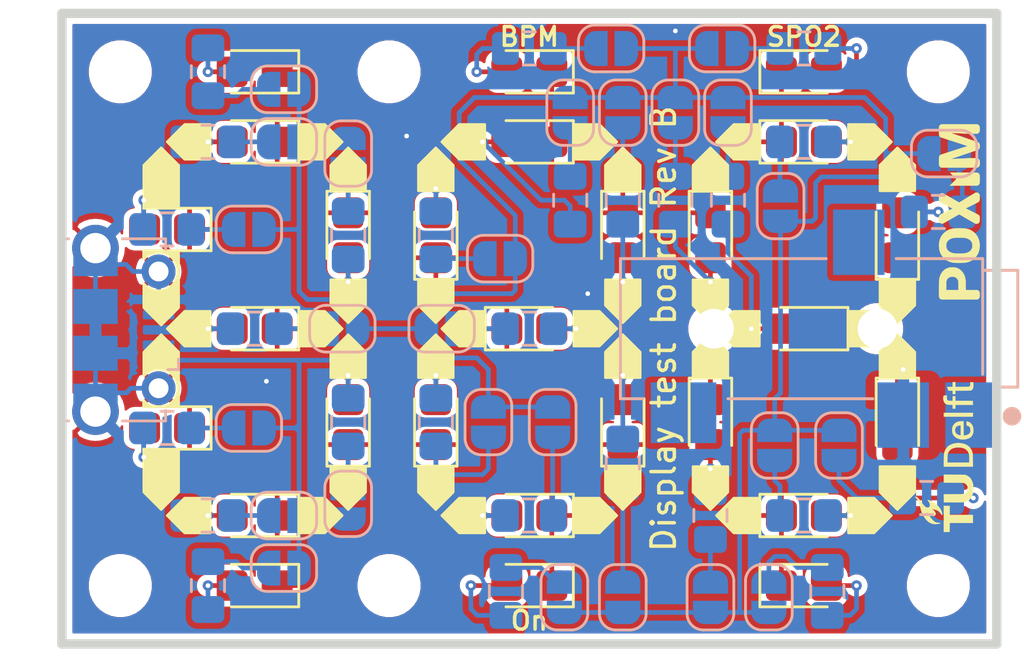
<source format=kicad_pcb>
(kicad_pcb (version 20171130) (host pcbnew "(5.1.0-0)")
  (layers (0 F.Cu signal) (1 In1.Cu power) (2 In2.Cu mixed) (31 B.Cu mixed) (34 B.Paste user) (35 F.Paste user) (36 B.SilkS user) (37 F.SilkS user) (38 B.Mask user) (39 F.Mask user) (44 Edge.Cuts user))
  (net 0 "")
  (net 1 GND)
  (net 2 +5V)
  (net 3 "Net-(D11-Pad2)")
  (net 4 "Net-(D10-Pad2)")
  (net 5 "Net-(J1-Pad4)")
  (net 6 "Net-(D7-Pad2)")
  (net 7 "Net-(D8-Pad2)")
  (net 8 "Net-(D9-Pad2)")
  (net 9 "Net-(D12-Pad2)")
  (net 10 "Net-(D13-Pad2)")
  (net 11 "Net-(D14-Pad2)")
  (net 12 "Net-(D15-Pad2)")
  (net 13 "Net-(D16-Pad2)")
  (net 14 "Net-(D17-Pad2)")
  (net 15 "Net-(D18-Pad2)")
  (net 16 "Net-(D19-Pad2)")
  (net 17 "Net-(D20-Pad2)")
  (net 18 "Net-(D21-Pad2)")
  (net 19 "Net-(D22-Pad2)")
  (net 20 "Net-(D23-Pad2)")
  (net 21 "Net-(D24-Pad2)")
  (net 22 "Net-(D25-Pad2)")
  (net 23 "Net-(D26-Pad2)")
  (net 24 "Net-(D27-Pad2)")
  (net 25 "Net-(D28-Pad2)")
  (net 26 "Net-(D29-Pad2)")
  (net 27 "Net-(D30-Pad2)")
  (net 28 "Net-(J1-Pad2)")
  (net 29 "Net-(J1-Pad3)")
  (net 30 "Net-(J2-PadR1)")
  (net 31 "Net-(J2-PadT)")
  (net 32 "Net-(J2-PadS)")
  (net 33 "Net-(JP8-Pad2)")
  (net 34 "Net-(JP9-Pad2)")
  (net 35 "Net-(JP10-Pad2)")
  (net 36 "Net-(JP11-Pad2)")
  (net 37 "Net-(JP12-Pad2)")
  (net 38 "Net-(JP13-Pad2)")
  (net 39 "Net-(JP15-Pad2)")
  (net 40 "Net-(JP16-Pad2)")
  (net 41 "Net-(JP17-Pad2)")
  (net 42 "Net-(JP18-Pad2)")
  (net 43 "Net-(JP19-Pad2)")
  (net 44 "Net-(JP20-Pad2)")
  (net 45 "Net-(JP21-Pad2)")
  (net 46 "Net-(JP22-Pad2)")
  (net 47 "Net-(JP23-Pad2)")
  (net 48 "Net-(JP24-Pad2)")
  (net 49 "Net-(JP25-Pad2)")
  (net 50 "Net-(JP26-Pad2)")
  (net 51 "Net-(JP27-Pad2)")
  (net 52 "Net-(JP28-Pad2)")
  (net 53 "Net-(JP29-Pad2)")
  (net 54 "Net-(JP30-Pad2)")
  (net 55 "Net-(JP31-Pad2)")
  (net 56 "Net-(J14-Pad2)")
  (net 57 "Net-(D1-Pad2)")
  (net 58 "Net-(D2-Pad2)")
  (net 59 "Net-(D3-Pad2)")
  (net 60 "Net-(JP1-Pad2)")
  (net 61 "Net-(JP2-Pad2)")
  (net 62 "Net-(JP3-Pad2)")
  (module Resistor_SMD:R_0805_2012Metric_Pad1.15x1.40mm_HandSolder (layer B.Cu) (at 101.75 139.5)
    (fp_text reference R13 hide)
    (fp_text value 4.7kΩ hide)
    (pad 2 smd roundrect (at 1.025 0) (size 1.15 1.4) (layers B.Cu B.Paste B.Mask) (roundrect_rratio 0.217391) (net 10 "Net-(D13-Pad2)"))
    (pad 1 smd roundrect (at -1.025 0) (size 1.15 1.4) (layers B.Cu B.Paste B.Mask) (roundrect_rratio 0.217391) (net 56 "Net-(J14-Pad2)"))
  )
  (module Resistor_SMD:R_0805_2012Metric_Pad1.15x1.40mm_HandSolder (layer B.Cu) (at 102.75 142.75 270)
    (fp_text reference R3 hide)
    (fp_text value 4.7kΩ hide)
    (pad 2 smd roundrect (at 1.025 0 270) (size 1.15 1.4) (layers B.Cu B.Paste B.Mask) (roundrect_rratio 0.217391) (net 59 "Net-(D3-Pad2)"))
    (pad 1 smd roundrect (at -1.025 0 270) (size 1.15 1.4) (layers B.Cu B.Paste B.Mask) (roundrect_rratio 0.217391) (net 62 "Net-(JP3-Pad2)"))
  )
  (module Resistor_SMD:R_0805_2012Metric_Pad1.15x1.40mm_HandSolder (layer B.Cu) (at 76.25 142.5 270)
    (fp_text reference R2 hide)
    (fp_text value 4.7kΩ hide)
    (pad 2 smd roundrect (at 1.025 0 270) (size 1.15 1.4) (layers B.Cu B.Paste B.Mask) (roundrect_rratio 0.217391) (net 58 "Net-(D2-Pad2)"))
    (pad 1 smd roundrect (at -1.025 0 270) (size 1.15 1.4) (layers B.Cu B.Paste B.Mask) (roundrect_rratio 0.217391) (net 61 "Net-(JP2-Pad2)"))
  )
  (module Resistor_SMD:R_0805_2012Metric_Pad1.15x1.40mm_HandSolder (layer B.Cu) (at 76.25 120.5 90)
    (fp_text reference R1 hide)
    (fp_text value 4.7kΩ hide)
    (pad 2 smd roundrect (at 1.025 0 90) (size 1.15 1.4) (layers B.Cu B.Paste B.Mask) (roundrect_rratio 0.217391) (net 57 "Net-(D1-Pad2)"))
    (pad 1 smd roundrect (at -1.025 0 90) (size 1.15 1.4) (layers B.Cu B.Paste B.Mask) (roundrect_rratio 0.217391) (net 60 "Net-(JP1-Pad2)"))
  )
  (module POxiM-uncategorised:SolderJumper-2_P1.3mm_Open_RoundedPad1.0x1.5mm (layer B.Cu) (at 100.25 143 90)
    (fp_text reference JP3 hide)
    (fp_text value Jumper_NO_Small hide)
    (pad 2 smd custom (at 0.65 0 90) (size 1 0.5) (layers B.Cu B.Mask) (net 62 "Net-(JP3-Pad2)") (options (clearance outline) (anchor rect)) (primitives (gr_circle (center 0 -0.25) (end 0.5 -0.25) (width 0)) (gr_circle (center 0 0.25) (end 0.5 0.25) (width 0)) (gr_poly (pts (xy 0 0.75) (xy -0.5 0.75) (xy -0.5 -0.75) (xy 0 -0.75)) (width 0))))
    (pad 1 smd custom (at -0.65 0 90) (size 1 0.5) (layers B.Cu B.Mask) (net 2 +5V) (options (clearance outline) (anchor rect)) (primitives (gr_circle (center 0 -0.25) (end 0.5 -0.25) (width 0)) (gr_circle (center 0 0.25) (end 0.5 0.25) (width 0)) (gr_poly (pts (xy 0 0.75) (xy 0.5 0.75) (xy 0.5 -0.75) (xy 0 -0.75)) (width 0))))
  )
  (module POxiM-uncategorised:SolderJumper-2_P1.3mm_Open_RoundedPad1.0x1.5mm (layer B.Cu) (at 79.5 141.75 180)
    (fp_text reference JP2 hide)
    (fp_text value Jumper_NO_Small hide)
    (pad 2 smd custom (at 0.65 0 180) (size 1 0.5) (layers B.Cu B.Mask) (net 61 "Net-(JP2-Pad2)") (options (clearance outline) (anchor rect)) (primitives (gr_circle (center 0 -0.25) (end 0.5 -0.25) (width 0)) (gr_circle (center 0 0.25) (end 0.5 0.25) (width 0)) (gr_poly (pts (xy 0 0.75) (xy -0.5 0.75) (xy -0.5 -0.75) (xy 0 -0.75)) (width 0))))
    (pad 1 smd custom (at -0.65 0 180) (size 1 0.5) (layers B.Cu B.Mask) (net 2 +5V) (options (clearance outline) (anchor rect)) (primitives (gr_circle (center 0 -0.25) (end 0.5 -0.25) (width 0)) (gr_circle (center 0 0.25) (end 0.5 0.25) (width 0)) (gr_poly (pts (xy 0 0.75) (xy 0.5 0.75) (xy 0.5 -0.75) (xy 0 -0.75)) (width 0))))
  )
  (module POxiM-uncategorised:SolderJumper-2_P1.3mm_Open_RoundedPad1.0x1.5mm (layer B.Cu) (at 79.5 121.25 180)
    (fp_text reference JP1 hide)
    (fp_text value Jumper_NO_Small hide)
    (pad 2 smd custom (at 0.65 0 180) (size 1 0.5) (layers B.Cu B.Mask) (net 60 "Net-(JP1-Pad2)") (options (clearance outline) (anchor rect)) (primitives (gr_circle (center 0 -0.25) (end 0.5 -0.25) (width 0)) (gr_circle (center 0 0.25) (end 0.5 0.25) (width 0)) (gr_poly (pts (xy 0 0.75) (xy -0.5 0.75) (xy -0.5 -0.75) (xy 0 -0.75)) (width 0))))
    (pad 1 smd custom (at -0.65 0 180) (size 1 0.5) (layers B.Cu B.Mask) (net 2 +5V) (options (clearance outline) (anchor rect)) (primitives (gr_circle (center 0 -0.25) (end 0.5 -0.25) (width 0)) (gr_circle (center 0 0.25) (end 0.5 0.25) (width 0)) (gr_poly (pts (xy 0 0.75) (xy 0.5 0.75) (xy 0.5 -0.75) (xy 0 -0.75)) (width 0))))
  )
  (module LED_SMD:LED_0805_2012Metric_Castellated (layer F.Cu) (at 101.75 142.5)
    (fp_text reference D3 hide)
    (fp_text value LED hide)
    (pad 2 smd roundrect (at 0.9625 0) (size 1.325 1.3) (layers F.Cu F.Paste F.Mask) (roundrect_rratio 0.192308) (net 59 "Net-(D3-Pad2)"))
    (pad 1 smd roundrect (at -0.9625 0) (size 1.325 1.3) (layers F.Cu F.Paste F.Mask) (roundrect_rratio 0.192308) (net 1 GND))
  )
  (module LED_SMD:LED_0805_2012Metric_Castellated (layer F.Cu) (at 78.25 142.5 180)
    (fp_text reference D2 hide)
    (fp_text value LED hide)
    (pad 2 smd roundrect (at 0.9625 0 180) (size 1.325 1.3) (layers F.Cu F.Paste F.Mask) (roundrect_rratio 0.192308) (net 58 "Net-(D2-Pad2)"))
    (pad 1 smd roundrect (at -0.9625 0 180) (size 1.325 1.3) (layers F.Cu F.Paste F.Mask) (roundrect_rratio 0.192308) (net 1 GND))
  )
  (module LED_SMD:LED_0805_2012Metric_Castellated (layer F.Cu) (at 78.25 120.5 180)
    (fp_text reference D1 hide)
    (fp_text value LED hide)
    (pad 2 smd roundrect (at 0.9625 0 180) (size 1.325 1.3) (layers F.Cu F.Paste F.Mask) (roundrect_rratio 0.192308) (net 57 "Net-(D1-Pad2)"))
    (pad 1 smd roundrect (at -0.9625 0 180) (size 1.325 1.3) (layers F.Cu F.Paste F.Mask) (roundrect_rratio 0.192308) (net 1 GND))
  )
  (module POxiM-logos:TUDelftLogo_W7_5mm (layer F.Cu) (at 107.75 137 90)
    (fp_text reference G*** hide)
    (fp_text value LOGO hide)
  )
  (module POxiM-uncategorised:SolderJumper-2_P1.3mm_Open_RoundedPad1.0x1.5mm (layer B.Cu) (at 86.25 131.5)
    (fp_text reference JP31 hide)
    (fp_text value Jumper_NO_Small hide)
    (pad 2 smd custom (at 0.65 0) (size 1 0.5) (layers B.Cu B.Mask) (net 55 "Net-(JP31-Pad2)") (options (clearance outline) (anchor rect)) (primitives (gr_circle (center 0 -0.25) (end 0.5 -0.25) (width 0)) (gr_circle (center 0 0.25) (end 0.5 0.25) (width 0)) (gr_poly (pts (xy 0 0.75) (xy -0.5 0.75) (xy -0.5 -0.75) (xy 0 -0.75)) (width 0))))
    (pad 1 smd custom (at -0.65 0) (size 1 0.5) (layers B.Cu B.Mask) (net 2 +5V) (options (clearance outline) (anchor rect)) (primitives (gr_circle (center 0 -0.25) (end 0.5 -0.25) (width 0)) (gr_circle (center 0 0.25) (end 0.5 0.25) (width 0)) (gr_poly (pts (xy 0 0.75) (xy 0.5 0.75) (xy 0.5 -0.75) (xy 0 -0.75)) (width 0))))
  )
  (module POxiM-uncategorised:SolderJumper-2_P1.3mm_Open_RoundedPad1.0x1.5mm (layer B.Cu) (at 88.75 128.5 180)
    (fp_text reference JP30 hide)
    (fp_text value Jumper_NO_Small hide)
    (pad 2 smd custom (at 0.65 0 180) (size 1 0.5) (layers B.Cu B.Mask) (net 54 "Net-(JP30-Pad2)") (options (clearance outline) (anchor rect)) (primitives (gr_circle (center 0 -0.25) (end 0.5 -0.25) (width 0)) (gr_circle (center 0 0.25) (end 0.5 0.25) (width 0)) (gr_poly (pts (xy 0 0.75) (xy -0.5 0.75) (xy -0.5 -0.75) (xy 0 -0.75)) (width 0))))
    (pad 1 smd custom (at -0.65 0 180) (size 1 0.5) (layers B.Cu B.Mask) (net 2 +5V) (options (clearance outline) (anchor rect)) (primitives (gr_circle (center 0 -0.25) (end 0.5 -0.25) (width 0)) (gr_circle (center 0 0.25) (end 0.5 0.25) (width 0)) (gr_poly (pts (xy 0 0.75) (xy 0.5 0.75) (xy 0.5 -0.75) (xy 0 -0.75)) (width 0))))
  )
  (module POxiM-uncategorised:SolderJumper-2_P1.3mm_Open_RoundedPad1.0x1.5mm (layer B.Cu) (at 88.25 135.5 270)
    (fp_text reference JP29 hide)
    (fp_text value Jumper_NO_Small hide)
    (pad 2 smd custom (at 0.65 0 270) (size 1 0.5) (layers B.Cu B.Mask) (net 53 "Net-(JP29-Pad2)") (options (clearance outline) (anchor rect)) (primitives (gr_circle (center 0 -0.25) (end 0.5 -0.25) (width 0)) (gr_circle (center 0 0.25) (end 0.5 0.25) (width 0)) (gr_poly (pts (xy 0 0.75) (xy -0.5 0.75) (xy -0.5 -0.75) (xy 0 -0.75)) (width 0))))
    (pad 1 smd custom (at -0.65 0 270) (size 1 0.5) (layers B.Cu B.Mask) (net 2 +5V) (options (clearance outline) (anchor rect)) (primitives (gr_circle (center 0 -0.25) (end 0.5 -0.25) (width 0)) (gr_circle (center 0 0.25) (end 0.5 0.25) (width 0)) (gr_poly (pts (xy 0 0.75) (xy 0.5 0.75) (xy 0.5 -0.75) (xy 0 -0.75)) (width 0))))
  )
  (module POxiM-uncategorised:SolderJumper-2_P1.3mm_Open_RoundedPad1.0x1.5mm (layer B.Cu) (at 91 135.5 270)
    (fp_text reference JP28 hide)
    (fp_text value Jumper_NO_Small hide)
    (pad 2 smd custom (at 0.65 0 270) (size 1 0.5) (layers B.Cu B.Mask) (net 52 "Net-(JP28-Pad2)") (options (clearance outline) (anchor rect)) (primitives (gr_circle (center 0 -0.25) (end 0.5 -0.25) (width 0)) (gr_circle (center 0 0.25) (end 0.5 0.25) (width 0)) (gr_poly (pts (xy 0 0.75) (xy -0.5 0.75) (xy -0.5 -0.75) (xy 0 -0.75)) (width 0))))
    (pad 1 smd custom (at -0.65 0 270) (size 1 0.5) (layers B.Cu B.Mask) (net 2 +5V) (options (clearance outline) (anchor rect)) (primitives (gr_circle (center 0 -0.25) (end 0.5 -0.25) (width 0)) (gr_circle (center 0 0.25) (end 0.5 0.25) (width 0)) (gr_poly (pts (xy 0 0.75) (xy 0.5 0.75) (xy 0.5 -0.75) (xy 0 -0.75)) (width 0))))
  )
  (module POxiM-uncategorised:SolderJumper-2_P1.3mm_Open_RoundedPad1.0x1.5mm (layer B.Cu) (at 98.25 119.5)
    (fp_text reference JP27 hide)
    (fp_text value Jumper_NO_Small hide)
    (pad 2 smd custom (at 0.65 0) (size 1 0.5) (layers B.Cu B.Mask) (net 51 "Net-(JP27-Pad2)") (options (clearance outline) (anchor rect)) (primitives (gr_circle (center 0 -0.25) (end 0.5 -0.25) (width 0)) (gr_circle (center 0 0.25) (end 0.5 0.25) (width 0)) (gr_poly (pts (xy 0 0.75) (xy -0.5 0.75) (xy -0.5 -0.75) (xy 0 -0.75)) (width 0))))
    (pad 1 smd custom (at -0.65 0) (size 1 0.5) (layers B.Cu B.Mask) (net 2 +5V) (options (clearance outline) (anchor rect)) (primitives (gr_circle (center 0 -0.25) (end 0.5 -0.25) (width 0)) (gr_circle (center 0 0.25) (end 0.5 0.25) (width 0)) (gr_poly (pts (xy 0 0.75) (xy 0.5 0.75) (xy 0.5 -0.75) (xy 0 -0.75)) (width 0))))
  )
  (module POxiM-uncategorised:SolderJumper-2_P1.3mm_Open_RoundedPad1.0x1.5mm (layer B.Cu) (at 98.5 122.25 270)
    (fp_text reference JP20 hide)
    (fp_text value Jumper_NO_Small hide)
    (pad 2 smd custom (at 0.65 0 270) (size 1 0.5) (layers B.Cu B.Mask) (net 44 "Net-(JP20-Pad2)") (options (clearance outline) (anchor rect)) (primitives (gr_circle (center 0 -0.25) (end 0.5 -0.25) (width 0)) (gr_circle (center 0 0.25) (end 0.5 0.25) (width 0)) (gr_poly (pts (xy 0 0.75) (xy -0.5 0.75) (xy -0.5 -0.75) (xy 0 -0.75)) (width 0))))
    (pad 1 smd custom (at -0.65 0 270) (size 1 0.5) (layers B.Cu B.Mask) (net 2 +5V) (options (clearance outline) (anchor rect)) (primitives (gr_circle (center 0 -0.25) (end 0.5 -0.25) (width 0)) (gr_circle (center 0 0.25) (end 0.5 0.25) (width 0)) (gr_poly (pts (xy 0 0.75) (xy 0.5 0.75) (xy 0.5 -0.75) (xy 0 -0.75)) (width 0))))
  )
  (module POxiM-uncategorised:SolderJumper-2_P1.3mm_Open_RoundedPad1.0x1.5mm (layer B.Cu) (at 96.25 122.25 270)
    (fp_text reference JP18 hide)
    (fp_text value Jumper_NO_Small hide)
    (pad 2 smd custom (at 0.65 0 270) (size 1 0.5) (layers B.Cu B.Mask) (net 42 "Net-(JP18-Pad2)") (options (clearance outline) (anchor rect)) (primitives (gr_circle (center 0 -0.25) (end 0.5 -0.25) (width 0)) (gr_circle (center 0 0.25) (end 0.5 0.25) (width 0)) (gr_poly (pts (xy 0 0.75) (xy -0.5 0.75) (xy -0.5 -0.75) (xy 0 -0.75)) (width 0))))
    (pad 1 smd custom (at -0.65 0 270) (size 1 0.5) (layers B.Cu B.Mask) (net 2 +5V) (options (clearance outline) (anchor rect)) (primitives (gr_circle (center 0 -0.25) (end 0.5 -0.25) (width 0)) (gr_circle (center 0 0.25) (end 0.5 0.25) (width 0)) (gr_poly (pts (xy 0 0.75) (xy 0.5 0.75) (xy 0.5 -0.75) (xy 0 -0.75)) (width 0))))
  )
  (module POxiM-uncategorised:SolderJumper-2_P1.3mm_Open_RoundedPad1.0x1.5mm (layer B.Cu) (at 97.75 143 90)
    (fp_text reference JP16 hide)
    (fp_text value Jumper_NO_Small hide)
    (pad 2 smd custom (at 0.65 0 90) (size 1 0.5) (layers B.Cu B.Mask) (net 40 "Net-(JP16-Pad2)") (options (clearance outline) (anchor rect)) (primitives (gr_circle (center 0 -0.25) (end 0.5 -0.25) (width 0)) (gr_circle (center 0 0.25) (end 0.5 0.25) (width 0)) (gr_poly (pts (xy 0 0.75) (xy -0.5 0.75) (xy -0.5 -0.75) (xy 0 -0.75)) (width 0))))
    (pad 1 smd custom (at -0.65 0 90) (size 1 0.5) (layers B.Cu B.Mask) (net 2 +5V) (options (clearance outline) (anchor rect)) (primitives (gr_circle (center 0 -0.25) (end 0.5 -0.25) (width 0)) (gr_circle (center 0 0.25) (end 0.5 0.25) (width 0)) (gr_poly (pts (xy 0 0.75) (xy 0.5 0.75) (xy 0.5 -0.75) (xy 0 -0.75)) (width 0))))
  )
  (module POxiM-uncategorised:SolderJumper-2_P1.3mm_Open_RoundedPad1.0x1.5mm (layer B.Cu) (at 100.75 126.25 90)
    (fp_text reference JP8 hide)
    (fp_text value Jumper_NO_Small hide)
    (pad 2 smd custom (at 0.65 0 90) (size 1 0.5) (layers B.Cu B.Mask) (net 33 "Net-(JP8-Pad2)") (options (clearance outline) (anchor rect)) (primitives (gr_circle (center 0 -0.25) (end 0.5 -0.25) (width 0)) (gr_circle (center 0 0.25) (end 0.5 0.25) (width 0)) (gr_poly (pts (xy 0 0.75) (xy -0.5 0.75) (xy -0.5 -0.75) (xy 0 -0.75)) (width 0))))
    (pad 1 smd custom (at -0.65 0 90) (size 1 0.5) (layers B.Cu B.Mask) (net 2 +5V) (options (clearance outline) (anchor rect)) (primitives (gr_circle (center 0 -0.25) (end 0.5 -0.25) (width 0)) (gr_circle (center 0 0.25) (end 0.5 0.25) (width 0)) (gr_poly (pts (xy 0 0.75) (xy 0.5 0.75) (xy 0.5 -0.75) (xy 0 -0.75)) (width 0))))
  )
  (module POxiM-uncategorised:SolderJumper-2_P1.3mm_Open_RoundedPad1.0x1.5mm (layer B.Cu) (at 100.5 136.5 270)
    (fp_text reference J14 hide)
    (fp_text value Jumper_NO_Small hide)
    (pad 2 smd custom (at 0.65 0 270) (size 1 0.5) (layers B.Cu B.Mask) (net 56 "Net-(J14-Pad2)") (options (clearance outline) (anchor rect)) (primitives (gr_circle (center 0 -0.25) (end 0.5 -0.25) (width 0)) (gr_circle (center 0 0.25) (end 0.5 0.25) (width 0)) (gr_poly (pts (xy 0 0.75) (xy -0.5 0.75) (xy -0.5 -0.75) (xy 0 -0.75)) (width 0))))
    (pad 1 smd custom (at -0.65 0 270) (size 1 0.5) (layers B.Cu B.Mask) (net 2 +5V) (options (clearance outline) (anchor rect)) (primitives (gr_circle (center 0 -0.25) (end 0.5 -0.25) (width 0)) (gr_circle (center 0 0.25) (end 0.5 0.25) (width 0)) (gr_poly (pts (xy 0 0.75) (xy 0.5 0.75) (xy 0.5 -0.75) (xy 0 -0.75)) (width 0))))
  )
  (module POxiM-logos:POxiMLogo_GoldHeart_W7_5mm (layer F.Cu) (at 108.4 126.5 90)
    (fp_text reference G*** hide)
    (fp_text value LOGO hide)
  )
  (module Resistor_SMD:R_0805_2012Metric_Pad1.15x1.40mm_HandSolder (layer B.Cu) (at 76.25 123.5 180)
    (fp_text reference R8 hide)
    (fp_text value 4.7kΩ hide)
    (pad 2 smd roundrect (at 1.025 0 180) (size 1.15 1.4) (layers B.Cu B.Paste B.Mask) (roundrect_rratio 0.217391) (net 7 "Net-(D8-Pad2)"))
    (pad 1 smd roundrect (at -1.025 0 180) (size 1.15 1.4) (layers B.Cu B.Paste B.Mask) (roundrect_rratio 0.217391) (net 34 "Net-(JP9-Pad2)"))
  )
  (module Resistor_SMD:R_0805_2012Metric_Pad1.15x1.40mm_HandSolder (layer B.Cu) (at 90 131.5)
    (fp_text reference R30 hide)
    (fp_text value 4.7kΩ hide)
    (pad 2 smd roundrect (at 1.025 0) (size 1.15 1.4) (layers B.Cu B.Paste B.Mask) (roundrect_rratio 0.217391) (net 27 "Net-(D30-Pad2)"))
    (pad 1 smd roundrect (at -1.025 0) (size 1.15 1.4) (layers B.Cu B.Paste B.Mask) (roundrect_rratio 0.217391) (net 55 "Net-(JP31-Pad2)"))
  )
  (module MountingHole:MountingHole_2.2mm_M2_DIN965 (layer F.Cu) (at 84 142.5)
    (fp_text reference H6 hide)
    (fp_text value AlignmentHole hide)
    (pad 1 np_thru_hole circle (at 0 0) (size 2.2 2.2) (drill 2.2) (layers *.Cu *.Mask))
  )
  (module MountingHole:MountingHole_2.2mm_M2_DIN965 (layer F.Cu) (at 84 120.5)
    (fp_text reference H5 hide)
    (fp_text value AlignmentHole hide)
    (pad 1 np_thru_hole circle (at 0 0) (size 2.2 2.2) (drill 2.2) (layers *.Cu *.Mask))
  )
  (module MountingHole:MountingHole_2.2mm_M2_DIN965 (layer F.Cu) (at 72.5 142.5)
    (fp_text reference H4 hide)
    (fp_text value MountingHole hide)
    (pad 1 np_thru_hole circle (at 0 0) (size 2.2 2.2) (drill 2.2) (layers *.Cu *.Mask))
  )
  (module MountingHole:MountingHole_2.2mm_M2_DIN965 (layer F.Cu) (at 107.5 142.5)
    (fp_text reference H3 hide)
    (fp_text value MountingHole hide)
    (pad 1 np_thru_hole circle (at 0 0) (size 2.2 2.2) (drill 2.2) (layers *.Cu *.Mask))
  )
  (module MountingHole:MountingHole_2.2mm_M2_DIN965 (layer F.Cu) (at 107.5 120.5)
    (fp_text reference H2 hide)
    (fp_text value MountingHole hide)
    (pad 1 np_thru_hole circle (at 0 0) (size 2.2 2.2) (drill 2.2) (layers *.Cu *.Mask))
  )
  (module MountingHole:MountingHole_2.2mm_M2_DIN965 (layer F.Cu) (at 72.5 120.5)
    (fp_text reference H1 hide)
    (fp_text value MountingHole hide)
    (pad 1 np_thru_hole circle (at 0 0) (size 2.2 2.2) (drill 2.2) (layers *.Cu *.Mask))
  )
  (module Resistor_SMD:R_0805_2012Metric_Pad1.15x1.40mm_HandSolder (layer B.Cu) (at 86 135.5 90)
    (fp_text reference R28 hide)
    (fp_text value 4.7kΩ hide)
    (pad 2 smd roundrect (at 1.025 0 90) (size 1.15 1.4) (layers B.Cu B.Paste B.Mask) (roundrect_rratio 0.217391) (net 25 "Net-(D28-Pad2)"))
    (pad 1 smd roundrect (at -1.025 0 90) (size 1.15 1.4) (layers B.Cu B.Paste B.Mask) (roundrect_rratio 0.217391) (net 53 "Net-(JP29-Pad2)"))
  )
  (module LED_SMD:LED_0805_2012Metric_Castellated (layer F.Cu) (at 90 131.5)
    (fp_text reference D30 hide)
    (fp_text value LED hide)
    (pad 2 smd roundrect (at 0.9625 0) (size 1.325 1.3) (layers F.Cu F.Paste F.Mask) (roundrect_rratio 0.192308) (net 27 "Net-(D30-Pad2)"))
    (pad 1 smd roundrect (at -0.9625 0) (size 1.325 1.3) (layers F.Cu F.Paste F.Mask) (roundrect_rratio 0.192308) (net 1 GND))
  )
  (module LED_SMD:LED_0805_2012Metric_Castellated (layer F.Cu) (at 86 135.5 90)
    (fp_text reference D28 hide)
    (fp_text value LED hide)
    (pad 2 smd roundrect (at 0.9625 0 90) (size 1.325 1.3) (layers F.Cu F.Paste F.Mask) (roundrect_rratio 0.192308) (net 25 "Net-(D28-Pad2)"))
    (pad 1 smd roundrect (at -0.9625 0 90) (size 1.325 1.3) (layers F.Cu F.Paste F.Mask) (roundrect_rratio 0.192308) (net 1 GND))
  )
  (module Resistor_SMD:R_0805_2012Metric_Pad1.15x1.40mm_HandSolder (layer B.Cu) (at 86 127.5 90)
    (fp_text reference R29 hide)
    (fp_text value 4.7kΩ hide)
    (pad 2 smd roundrect (at 1.025 0 90) (size 1.15 1.4) (layers B.Cu B.Paste B.Mask) (roundrect_rratio 0.217391) (net 26 "Net-(D29-Pad2)"))
    (pad 1 smd roundrect (at -1.025 0 90) (size 1.15 1.4) (layers B.Cu B.Paste B.Mask) (roundrect_rratio 0.217391) (net 54 "Net-(JP30-Pad2)"))
  )
  (module Resistor_SMD:R_0805_2012Metric_Pad1.15x1.40mm_HandSolder (layer B.Cu) (at 90 139.5 180)
    (fp_text reference R27 hide)
    (fp_text value 4.7kΩ hide)
    (pad 2 smd roundrect (at 1.025 0 180) (size 1.15 1.4) (layers B.Cu B.Paste B.Mask) (roundrect_rratio 0.217391) (net 24 "Net-(D27-Pad2)"))
    (pad 1 smd roundrect (at -1.025 0 180) (size 1.15 1.4) (layers B.Cu B.Paste B.Mask) (roundrect_rratio 0.217391) (net 52 "Net-(JP28-Pad2)"))
  )
  (module Resistor_SMD:R_0805_2012Metric_Pad1.15x1.40mm_HandSolder (layer B.Cu) (at 101.75 119.5)
    (fp_text reference R26 hide)
    (fp_text value 4.7kΩ hide)
    (pad 2 smd roundrect (at 1.025 0) (size 1.15 1.4) (layers B.Cu B.Paste B.Mask) (roundrect_rratio 0.217391) (net 23 "Net-(D26-Pad2)"))
    (pad 1 smd roundrect (at -1.025 0) (size 1.15 1.4) (layers B.Cu B.Paste B.Mask) (roundrect_rratio 0.217391) (net 51 "Net-(JP27-Pad2)"))
  )
  (module Resistor_SMD:R_0805_2012Metric_Pad1.15x1.40mm_HandSolder (layer B.Cu) (at 94 137.25 90)
    (fp_text reference R25 hide)
    (fp_text value 4.7kΩ hide)
    (pad 2 smd roundrect (at 1.025 0 90) (size 1.15 1.4) (layers B.Cu B.Paste B.Mask) (roundrect_rratio 0.217391) (net 22 "Net-(D25-Pad2)"))
    (pad 1 smd roundrect (at -1.025 0 90) (size 1.15 1.4) (layers B.Cu B.Paste B.Mask) (roundrect_rratio 0.217391) (net 50 "Net-(JP26-Pad2)"))
  )
  (module Resistor_SMD:R_0805_2012Metric_Pad1.15x1.40mm_HandSolder (layer B.Cu) (at 90 119.5 180)
    (fp_text reference R24 hide)
    (fp_text value 4.7kΩ hide)
    (pad 2 smd roundrect (at 1.025 0 180) (size 1.15 1.4) (layers B.Cu B.Paste B.Mask) (roundrect_rratio 0.217391) (net 21 "Net-(D24-Pad2)"))
    (pad 1 smd roundrect (at -1.025 0 180) (size 1.15 1.4) (layers B.Cu B.Paste B.Mask) (roundrect_rratio 0.217391) (net 49 "Net-(JP25-Pad2)"))
  )
  (module Resistor_SMD:R_0805_2012Metric_Pad1.15x1.40mm_HandSolder (layer B.Cu) (at 94 126 270)
    (fp_text reference R23 hide)
    (fp_text value 4.7kΩ hide)
    (pad 2 smd roundrect (at 1.025 0 270) (size 1.15 1.4) (layers B.Cu B.Paste B.Mask) (roundrect_rratio 0.217391) (net 20 "Net-(D23-Pad2)"))
    (pad 1 smd roundrect (at -1.025 0 270) (size 1.15 1.4) (layers B.Cu B.Paste B.Mask) (roundrect_rratio 0.217391) (net 48 "Net-(JP24-Pad2)"))
  )
  (module Resistor_SMD:R_0805_2012Metric_Pad1.15x1.40mm_HandSolder (layer B.Cu) (at 89 142.75 270)
    (fp_text reference R22 hide)
    (fp_text value 4.7kΩ hide)
    (pad 2 smd roundrect (at 1.025 0 270) (size 1.15 1.4) (layers B.Cu B.Paste B.Mask) (roundrect_rratio 0.217391) (net 19 "Net-(D22-Pad2)"))
    (pad 1 smd roundrect (at -1.025 0 270) (size 1.15 1.4) (layers B.Cu B.Paste B.Mask) (roundrect_rratio 0.217391) (net 47 "Net-(JP23-Pad2)"))
  )
  (module Resistor_SMD:R_0805_2012Metric_Pad1.15x1.40mm_HandSolder (layer B.Cu) (at 91.75 126 270)
    (fp_text reference R21 hide)
    (fp_text value 4.7kΩ hide)
    (pad 2 smd roundrect (at 1.025 0 270) (size 1.15 1.4) (layers B.Cu B.Paste B.Mask) (roundrect_rratio 0.217391) (net 18 "Net-(D21-Pad2)"))
    (pad 1 smd roundrect (at -1.025 0 270) (size 1.15 1.4) (layers B.Cu B.Paste B.Mask) (roundrect_rratio 0.217391) (net 46 "Net-(JP22-Pad2)"))
  )
  (module Resistor_SMD:R_0805_2012Metric_Pad1.15x1.40mm_HandSolder (layer B.Cu) (at 78.25 131.5 180)
    (fp_text reference R20 hide)
    (fp_text value 4.7kΩ hide)
    (pad 2 smd roundrect (at 1.025 0 180) (size 1.15 1.4) (layers B.Cu B.Paste B.Mask) (roundrect_rratio 0.217391) (net 17 "Net-(D20-Pad2)"))
    (pad 1 smd roundrect (at -1.025 0 180) (size 1.15 1.4) (layers B.Cu B.Paste B.Mask) (roundrect_rratio 0.217391) (net 45 "Net-(JP21-Pad2)"))
  )
  (module Resistor_SMD:R_0805_2012Metric_Pad1.15x1.40mm_HandSolder (layer B.Cu) (at 98.5 126 270)
    (fp_text reference R19 hide)
    (fp_text value 4.7kΩ hide)
    (pad 2 smd roundrect (at 1.025 0 270) (size 1.15 1.4) (layers B.Cu B.Paste B.Mask) (roundrect_rratio 0.217391) (net 16 "Net-(D19-Pad2)"))
    (pad 1 smd roundrect (at -1.025 0 270) (size 1.15 1.4) (layers B.Cu B.Paste B.Mask) (roundrect_rratio 0.217391) (net 44 "Net-(JP20-Pad2)"))
  )
  (module Resistor_SMD:R_0805_2012Metric_Pad1.15x1.40mm_HandSolder (layer B.Cu) (at 74.5 127.25 180)
    (fp_text reference R18 hide)
    (fp_text value 4.7kΩ hide)
    (pad 2 smd roundrect (at 1.025 0 180) (size 1.15 1.4) (layers B.Cu B.Paste B.Mask) (roundrect_rratio 0.217391) (net 15 "Net-(D18-Pad2)"))
    (pad 1 smd roundrect (at -1.025 0 180) (size 1.15 1.4) (layers B.Cu B.Paste B.Mask) (roundrect_rratio 0.217391) (net 43 "Net-(JP19-Pad2)"))
  )
  (module Resistor_SMD:R_0805_2012Metric_Pad1.15x1.40mm_HandSolder (layer B.Cu) (at 96.25 126 270)
    (fp_text reference R17 hide)
    (fp_text value 4.7kΩ hide)
    (pad 2 smd roundrect (at 1.025 0 270) (size 1.15 1.4) (layers B.Cu B.Paste B.Mask) (roundrect_rratio 0.217391) (net 14 "Net-(D17-Pad2)"))
    (pad 1 smd roundrect (at -1.025 0 270) (size 1.15 1.4) (layers B.Cu B.Paste B.Mask) (roundrect_rratio 0.217391) (net 42 "Net-(JP18-Pad2)"))
  )
  (module Resistor_SMD:R_0805_2012Metric_Pad1.15x1.40mm_HandSolder (layer B.Cu) (at 74.5 135.75 180)
    (fp_text reference R16 hide)
    (fp_text value 4.7kΩ hide)
    (pad 2 smd roundrect (at 1.025 0 180) (size 1.15 1.4) (layers B.Cu B.Paste B.Mask) (roundrect_rratio 0.217391) (net 13 "Net-(D16-Pad2)"))
    (pad 1 smd roundrect (at -1.025 0 180) (size 1.15 1.4) (layers B.Cu B.Paste B.Mask) (roundrect_rratio 0.217391) (net 41 "Net-(JP17-Pad2)"))
  )
  (module Resistor_SMD:R_0805_2012Metric_Pad1.15x1.40mm_HandSolder (layer B.Cu) (at 97.75 139.5 90)
    (fp_text reference R15 hide)
    (fp_text value 4.7kΩ hide)
    (pad 2 smd roundrect (at 1.025 0 90) (size 1.15 1.4) (layers B.Cu B.Paste B.Mask) (roundrect_rratio 0.217391) (net 12 "Net-(D15-Pad2)"))
    (pad 1 smd roundrect (at -1.025 0 90) (size 1.15 1.4) (layers B.Cu B.Paste B.Mask) (roundrect_rratio 0.217391) (net 40 "Net-(JP16-Pad2)"))
  )
  (module Resistor_SMD:R_0805_2012Metric_Pad1.15x1.40mm_HandSolder (layer B.Cu) (at 76.25 139.5 180)
    (fp_text reference R14 hide)
    (fp_text value 4.7kΩ hide)
    (pad 2 smd roundrect (at 1.025 0 180) (size 1.15 1.4) (layers B.Cu B.Paste B.Mask) (roundrect_rratio 0.217391) (net 11 "Net-(D14-Pad2)"))
    (pad 1 smd roundrect (at -1.025 0 180) (size 1.15 1.4) (layers B.Cu B.Paste B.Mask) (roundrect_rratio 0.217391) (net 39 "Net-(JP15-Pad2)"))
  )
  (module Resistor_SMD:R_0805_2012Metric_Pad1.15x1.40mm_HandSolder (layer B.Cu) (at 82.25 135.5 90)
    (fp_text reference R12 hide)
    (fp_text value 4.7kΩ hide)
    (pad 2 smd roundrect (at 1.025 0 90) (size 1.15 1.4) (layers B.Cu B.Paste B.Mask) (roundrect_rratio 0.217391) (net 9 "Net-(D12-Pad2)"))
    (pad 1 smd roundrect (at -1.025 0 90) (size 1.15 1.4) (layers B.Cu B.Paste B.Mask) (roundrect_rratio 0.217391) (net 38 "Net-(JP13-Pad2)"))
  )
  (module Resistor_SMD:R_0805_2012Metric_Pad1.15x1.40mm_HandSolder (layer B.Cu) (at 107 138.75)
    (fp_text reference R11 hide)
    (fp_text value 4.7kΩ hide)
    (pad 2 smd roundrect (at 1.025 0) (size 1.15 1.4) (layers B.Cu B.Paste B.Mask) (roundrect_rratio 0.217391) (net 3 "Net-(D11-Pad2)"))
    (pad 1 smd roundrect (at -1.025 0) (size 1.15 1.4) (layers B.Cu B.Paste B.Mask) (roundrect_rratio 0.217391) (net 37 "Net-(JP12-Pad2)"))
  )
  (module Resistor_SMD:R_0805_2012Metric_Pad1.15x1.40mm_HandSolder (layer B.Cu) (at 82.25 127.5 270)
    (fp_text reference R10 hide)
    (fp_text value 4.7kΩ hide)
    (pad 2 smd roundrect (at 1.025 0 270) (size 1.15 1.4) (layers B.Cu B.Paste B.Mask) (roundrect_rratio 0.217391) (net 4 "Net-(D10-Pad2)"))
    (pad 1 smd roundrect (at -1.025 0 270) (size 1.15 1.4) (layers B.Cu B.Paste B.Mask) (roundrect_rratio 0.217391) (net 36 "Net-(JP11-Pad2)"))
  )
  (module Resistor_SMD:R_0805_2012Metric_Pad1.15x1.40mm_HandSolder (layer B.Cu) (at 107.5 126.5 180)
    (fp_text reference R9 hide)
    (fp_text value 4.7kΩ hide)
    (pad 2 smd roundrect (at 1.025 0 180) (size 1.15 1.4) (layers B.Cu B.Paste B.Mask) (roundrect_rratio 0.217391) (net 8 "Net-(D9-Pad2)"))
    (pad 1 smd roundrect (at -1.025 0 180) (size 1.15 1.4) (layers B.Cu B.Paste B.Mask) (roundrect_rratio 0.217391) (net 35 "Net-(JP10-Pad2)"))
  )
  (module Resistor_SMD:R_0805_2012Metric_Pad1.15x1.40mm_HandSolder (layer B.Cu) (at 101.75 123.5)
    (fp_text reference R7 hide)
    (fp_text value 4.7kΩ hide)
    (pad 2 smd roundrect (at 1.025 0) (size 1.15 1.4) (layers B.Cu B.Paste B.Mask) (roundrect_rratio 0.217391) (net 6 "Net-(D7-Pad2)"))
    (pad 1 smd roundrect (at -1.025 0) (size 1.15 1.4) (layers B.Cu B.Paste B.Mask) (roundrect_rratio 0.217391) (net 33 "Net-(JP8-Pad2)"))
  )
  (module POxiM-uncategorised:SolderJumper-2_P1.3mm_SolderBridged_RoundedPad1.0x1.5mm (layer B.Cu) (at 94 143 90)
    (fp_text reference JP26 hide)
    (fp_text value Jumper_NC_Small hide)
    (pad 2 smd custom (at 0.65 0 90) (size 1 0.5) (layers B.Cu B.Paste B.Mask) (net 50 "Net-(JP26-Pad2)") (options (clearance outline) (anchor rect)) (primitives (gr_circle (center 0 -0.25) (end 0.5 -0.25) (width 0)) (gr_circle (center 0 0.25) (end 0.5 0.25) (width 0)) (gr_poly (pts (xy 0 0.75) (xy -0.5 0.75) (xy -0.5 -0.75) (xy 0 -0.75)) (width 0))))
    (pad 1 smd custom (at -0.65 0 90) (size 1 0.5) (layers B.Cu B.Paste B.Mask) (net 2 +5V) (options (clearance outline) (anchor rect)) (primitives (gr_circle (center 0 -0.25) (end 0.5 -0.25) (width 0)) (gr_circle (center 0 0.25) (end 0.5 0.25) (width 0)) (gr_poly (pts (xy 0 0.75) (xy 0.5 0.75) (xy 0.5 -0.75) (xy 0 -0.75)) (width 0))))
  )
  (module POxiM-uncategorised:SolderJumper-2_P1.3mm_SolderBridged_RoundedPad1.0x1.5mm (layer B.Cu) (at 93.5 119.5 180)
    (fp_text reference JP25 hide)
    (fp_text value Jumper_NC_Small hide)
    (pad 2 smd custom (at 0.65 0 180) (size 1 0.5) (layers B.Cu B.Paste B.Mask) (net 49 "Net-(JP25-Pad2)") (options (clearance outline) (anchor rect)) (primitives (gr_circle (center 0 -0.25) (end 0.5 -0.25) (width 0)) (gr_circle (center 0 0.25) (end 0.5 0.25) (width 0)) (gr_poly (pts (xy 0 0.75) (xy -0.5 0.75) (xy -0.5 -0.75) (xy 0 -0.75)) (width 0))))
    (pad 1 smd custom (at -0.65 0 180) (size 1 0.5) (layers B.Cu B.Paste B.Mask) (net 2 +5V) (options (clearance outline) (anchor rect)) (primitives (gr_circle (center 0 -0.25) (end 0.5 -0.25) (width 0)) (gr_circle (center 0 0.25) (end 0.5 0.25) (width 0)) (gr_poly (pts (xy 0 0.75) (xy 0.5 0.75) (xy 0.5 -0.75) (xy 0 -0.75)) (width 0))))
  )
  (module POxiM-uncategorised:SolderJumper-2_P1.3mm_SolderBridged_RoundedPad1.0x1.5mm (layer B.Cu) (at 94 122.25 270)
    (fp_text reference JP24 hide)
    (fp_text value Jumper_NC_Small hide)
    (pad 2 smd custom (at 0.65 0 270) (size 1 0.5) (layers B.Cu B.Paste B.Mask) (net 48 "Net-(JP24-Pad2)") (options (clearance outline) (anchor rect)) (primitives (gr_circle (center 0 -0.25) (end 0.5 -0.25) (width 0)) (gr_circle (center 0 0.25) (end 0.5 0.25) (width 0)) (gr_poly (pts (xy 0 0.75) (xy -0.5 0.75) (xy -0.5 -0.75) (xy 0 -0.75)) (width 0))))
    (pad 1 smd custom (at -0.65 0 270) (size 1 0.5) (layers B.Cu B.Paste B.Mask) (net 2 +5V) (options (clearance outline) (anchor rect)) (primitives (gr_circle (center 0 -0.25) (end 0.5 -0.25) (width 0)) (gr_circle (center 0 0.25) (end 0.5 0.25) (width 0)) (gr_poly (pts (xy 0 0.75) (xy 0.5 0.75) (xy 0.5 -0.75) (xy 0 -0.75)) (width 0))))
  )
  (module POxiM-uncategorised:SolderJumper-2_P1.3mm_SolderBridged_RoundedPad1.0x1.5mm (layer B.Cu) (at 91.5 143 90)
    (fp_text reference JP23 hide)
    (fp_text value Jumper_NC_Small hide)
    (pad 2 smd custom (at 0.65 0 90) (size 1 0.5) (layers B.Cu B.Paste B.Mask) (net 47 "Net-(JP23-Pad2)") (options (clearance outline) (anchor rect)) (primitives (gr_circle (center 0 -0.25) (end 0.5 -0.25) (width 0)) (gr_circle (center 0 0.25) (end 0.5 0.25) (width 0)) (gr_poly (pts (xy 0 0.75) (xy -0.5 0.75) (xy -0.5 -0.75) (xy 0 -0.75)) (width 0))))
    (pad 1 smd custom (at -0.65 0 90) (size 1 0.5) (layers B.Cu B.Paste B.Mask) (net 2 +5V) (options (clearance outline) (anchor rect)) (primitives (gr_circle (center 0 -0.25) (end 0.5 -0.25) (width 0)) (gr_circle (center 0 0.25) (end 0.5 0.25) (width 0)) (gr_poly (pts (xy 0 0.75) (xy 0.5 0.75) (xy 0.5 -0.75) (xy 0 -0.75)) (width 0))))
  )
  (module POxiM-uncategorised:SolderJumper-2_P1.3mm_SolderBridged_RoundedPad1.0x1.5mm (layer B.Cu) (at 91.75 122.25 270)
    (fp_text reference JP22 hide)
    (fp_text value Jumper_NC_Small hide)
    (pad 2 smd custom (at 0.65 0 270) (size 1 0.5) (layers B.Cu B.Paste B.Mask) (net 46 "Net-(JP22-Pad2)") (options (clearance outline) (anchor rect)) (primitives (gr_circle (center 0 -0.25) (end 0.5 -0.25) (width 0)) (gr_circle (center 0 0.25) (end 0.5 0.25) (width 0)) (gr_poly (pts (xy 0 0.75) (xy -0.5 0.75) (xy -0.5 -0.75) (xy 0 -0.75)) (width 0))))
    (pad 1 smd custom (at -0.65 0 270) (size 1 0.5) (layers B.Cu B.Paste B.Mask) (net 2 +5V) (options (clearance outline) (anchor rect)) (primitives (gr_circle (center 0 -0.25) (end 0.5 -0.25) (width 0)) (gr_circle (center 0 0.25) (end 0.5 0.25) (width 0)) (gr_poly (pts (xy 0 0.75) (xy 0.5 0.75) (xy 0.5 -0.75) (xy 0 -0.75)) (width 0))))
  )
  (module POxiM-uncategorised:SolderJumper-2_P1.3mm_SolderBridged_RoundedPad1.0x1.5mm (layer B.Cu) (at 82 131.5 180)
    (fp_text reference JP21 hide)
    (fp_text value Jumper_NC_Small hide)
    (pad 2 smd custom (at 0.65 0 180) (size 1 0.5) (layers B.Cu B.Paste B.Mask) (net 45 "Net-(JP21-Pad2)") (options (clearance outline) (anchor rect)) (primitives (gr_circle (center 0 -0.25) (end 0.5 -0.25) (width 0)) (gr_circle (center 0 0.25) (end 0.5 0.25) (width 0)) (gr_poly (pts (xy 0 0.75) (xy -0.5 0.75) (xy -0.5 -0.75) (xy 0 -0.75)) (width 0))))
    (pad 1 smd custom (at -0.65 0 180) (size 1 0.5) (layers B.Cu B.Paste B.Mask) (net 2 +5V) (options (clearance outline) (anchor rect)) (primitives (gr_circle (center 0 -0.25) (end 0.5 -0.25) (width 0)) (gr_circle (center 0 0.25) (end 0.5 0.25) (width 0)) (gr_poly (pts (xy 0 0.75) (xy 0.5 0.75) (xy 0.5 -0.75) (xy 0 -0.75)) (width 0))))
  )
  (module POxiM-uncategorised:SolderJumper-2_P1.3mm_SolderBridged_RoundedPad1.0x1.5mm (layer B.Cu) (at 78 127.25 180)
    (fp_text reference JP19 hide)
    (fp_text value Jumper_NC_Small hide)
    (pad 2 smd custom (at 0.65 0 180) (size 1 0.5) (layers B.Cu B.Paste B.Mask) (net 43 "Net-(JP19-Pad2)") (options (clearance outline) (anchor rect)) (primitives (gr_circle (center 0 -0.25) (end 0.5 -0.25) (width 0)) (gr_circle (center 0 0.25) (end 0.5 0.25) (width 0)) (gr_poly (pts (xy 0 0.75) (xy -0.5 0.75) (xy -0.5 -0.75) (xy 0 -0.75)) (width 0))))
    (pad 1 smd custom (at -0.65 0 180) (size 1 0.5) (layers B.Cu B.Paste B.Mask) (net 2 +5V) (options (clearance outline) (anchor rect)) (primitives (gr_circle (center 0 -0.25) (end 0.5 -0.25) (width 0)) (gr_circle (center 0 0.25) (end 0.5 0.25) (width 0)) (gr_poly (pts (xy 0 0.75) (xy 0.5 0.75) (xy 0.5 -0.75) (xy 0 -0.75)) (width 0))))
  )
  (module POxiM-uncategorised:SolderJumper-2_P1.3mm_SolderBridged_RoundedPad1.0x1.5mm (layer B.Cu) (at 78 135.75 180)
    (fp_text reference JP17 hide)
    (fp_text value Jumper_NC_Small hide)
    (pad 2 smd custom (at 0.65 0 180) (size 1 0.5) (layers B.Cu B.Paste B.Mask) (net 41 "Net-(JP17-Pad2)") (options (clearance outline) (anchor rect)) (primitives (gr_circle (center 0 -0.25) (end 0.5 -0.25) (width 0)) (gr_circle (center 0 0.25) (end 0.5 0.25) (width 0)) (gr_poly (pts (xy 0 0.75) (xy -0.5 0.75) (xy -0.5 -0.75) (xy 0 -0.75)) (width 0))))
    (pad 1 smd custom (at -0.65 0 180) (size 1 0.5) (layers B.Cu B.Paste B.Mask) (net 2 +5V) (options (clearance outline) (anchor rect)) (primitives (gr_circle (center 0 -0.25) (end 0.5 -0.25) (width 0)) (gr_circle (center 0 0.25) (end 0.5 0.25) (width 0)) (gr_poly (pts (xy 0 0.75) (xy 0.5 0.75) (xy 0.5 -0.75) (xy 0 -0.75)) (width 0))))
  )
  (module POxiM-uncategorised:SolderJumper-2_P1.3mm_SolderBridged_RoundedPad1.0x1.5mm (layer B.Cu) (at 79.5 139.5 180)
    (fp_text reference JP15 hide)
    (fp_text value Jumper_NC_Small hide)
    (pad 2 smd custom (at 0.65 0 180) (size 1 0.5) (layers B.Cu B.Paste B.Mask) (net 39 "Net-(JP15-Pad2)") (options (clearance outline) (anchor rect)) (primitives (gr_circle (center 0 -0.25) (end 0.5 -0.25) (width 0)) (gr_circle (center 0 0.25) (end 0.5 0.25) (width 0)) (gr_poly (pts (xy 0 0.75) (xy -0.5 0.75) (xy -0.5 -0.75) (xy 0 -0.75)) (width 0))))
    (pad 1 smd custom (at -0.65 0 180) (size 1 0.5) (layers B.Cu B.Paste B.Mask) (net 2 +5V) (options (clearance outline) (anchor rect)) (primitives (gr_circle (center 0 -0.25) (end 0.5 -0.25) (width 0)) (gr_circle (center 0 0.25) (end 0.5 0.25) (width 0)) (gr_poly (pts (xy 0 0.75) (xy 0.5 0.75) (xy 0.5 -0.75) (xy 0 -0.75)) (width 0))))
  )
  (module POxiM-uncategorised:SolderJumper-2_P1.3mm_SolderBridged_RoundedPad1.0x1.5mm (layer B.Cu) (at 82.25 139 90)
    (fp_text reference JP13 hide)
    (fp_text value Jumper_NC_Small hide)
    (pad 2 smd custom (at 0.65 0 90) (size 1 0.5) (layers B.Cu B.Paste B.Mask) (net 38 "Net-(JP13-Pad2)") (options (clearance outline) (anchor rect)) (primitives (gr_circle (center 0 -0.25) (end 0.5 -0.25) (width 0)) (gr_circle (center 0 0.25) (end 0.5 0.25) (width 0)) (gr_poly (pts (xy 0 0.75) (xy -0.5 0.75) (xy -0.5 -0.75) (xy 0 -0.75)) (width 0))))
    (pad 1 smd custom (at -0.65 0 90) (size 1 0.5) (layers B.Cu B.Paste B.Mask) (net 2 +5V) (options (clearance outline) (anchor rect)) (primitives (gr_circle (center 0 -0.25) (end 0.5 -0.25) (width 0)) (gr_circle (center 0 0.25) (end 0.5 0.25) (width 0)) (gr_poly (pts (xy 0 0.75) (xy 0.5 0.75) (xy 0.5 -0.75) (xy 0 -0.75)) (width 0))))
  )
  (module POxiM-uncategorised:SolderJumper-2_P1.3mm_SolderBridged_RoundedPad1.0x1.5mm (layer B.Cu) (at 103.25 136.5 270)
    (fp_text reference JP12 hide)
    (fp_text value Jumper_NC_Small hide)
    (pad 2 smd custom (at 0.65 0 270) (size 1 0.5) (layers B.Cu B.Paste B.Mask) (net 37 "Net-(JP12-Pad2)") (options (clearance outline) (anchor rect)) (primitives (gr_circle (center 0 -0.25) (end 0.5 -0.25) (width 0)) (gr_circle (center 0 0.25) (end 0.5 0.25) (width 0)) (gr_poly (pts (xy 0 0.75) (xy -0.5 0.75) (xy -0.5 -0.75) (xy 0 -0.75)) (width 0))))
    (pad 1 smd custom (at -0.65 0 270) (size 1 0.5) (layers B.Cu B.Paste B.Mask) (net 2 +5V) (options (clearance outline) (anchor rect)) (primitives (gr_circle (center 0 -0.25) (end 0.5 -0.25) (width 0)) (gr_circle (center 0 0.25) (end 0.5 0.25) (width 0)) (gr_poly (pts (xy 0 0.75) (xy 0.5 0.75) (xy 0.5 -0.75) (xy 0 -0.75)) (width 0))))
  )
  (module POxiM-uncategorised:SolderJumper-2_P1.3mm_SolderBridged_RoundedPad1.0x1.5mm (layer B.Cu) (at 82.25 124 270)
    (fp_text reference JP11 hide)
    (fp_text value Jumper_NC_Small hide)
    (pad 2 smd custom (at 0.65 0 270) (size 1 0.5) (layers B.Cu B.Paste B.Mask) (net 36 "Net-(JP11-Pad2)") (options (clearance outline) (anchor rect)) (primitives (gr_circle (center 0 -0.25) (end 0.5 -0.25) (width 0)) (gr_circle (center 0 0.25) (end 0.5 0.25) (width 0)) (gr_poly (pts (xy 0 0.75) (xy -0.5 0.75) (xy -0.5 -0.75) (xy 0 -0.75)) (width 0))))
    (pad 1 smd custom (at -0.65 0 270) (size 1 0.5) (layers B.Cu B.Paste B.Mask) (net 2 +5V) (options (clearance outline) (anchor rect)) (primitives (gr_circle (center 0 -0.25) (end 0.5 -0.25) (width 0)) (gr_circle (center 0 0.25) (end 0.5 0.25) (width 0)) (gr_poly (pts (xy 0 0.75) (xy 0.5 0.75) (xy 0.5 -0.75) (xy 0 -0.75)) (width 0))))
  )
  (module POxiM-uncategorised:SolderJumper-2_P1.3mm_SolderBridged_RoundedPad1.0x1.5mm (layer B.Cu) (at 107.75 124)
    (fp_text reference JP10 hide)
    (fp_text value Jumper_NC_Small hide)
    (pad 2 smd custom (at 0.65 0) (size 1 0.5) (layers B.Cu B.Paste B.Mask) (net 35 "Net-(JP10-Pad2)") (options (clearance outline) (anchor rect)) (primitives (gr_circle (center 0 -0.25) (end 0.5 -0.25) (width 0)) (gr_circle (center 0 0.25) (end 0.5 0.25) (width 0)) (gr_poly (pts (xy 0 0.75) (xy -0.5 0.75) (xy -0.5 -0.75) (xy 0 -0.75)) (width 0))))
    (pad 1 smd custom (at -0.65 0) (size 1 0.5) (layers B.Cu B.Paste B.Mask) (net 2 +5V) (options (clearance outline) (anchor rect)) (primitives (gr_circle (center 0 -0.25) (end 0.5 -0.25) (width 0)) (gr_circle (center 0 0.25) (end 0.5 0.25) (width 0)) (gr_poly (pts (xy 0 0.75) (xy 0.5 0.75) (xy 0.5 -0.75) (xy 0 -0.75)) (width 0))))
  )
  (module POxiM-uncategorised:SolderJumper-2_P1.3mm_SolderBridged_RoundedPad1.0x1.5mm (layer B.Cu) (at 79.5 123.5 180)
    (fp_text reference JP9 hide)
    (fp_text value Jumper_NC_Small hide)
    (pad 2 smd custom (at 0.65 0 180) (size 1 0.5) (layers B.Cu B.Paste B.Mask) (net 34 "Net-(JP9-Pad2)") (options (clearance outline) (anchor rect)) (primitives (gr_circle (center 0 -0.25) (end 0.5 -0.25) (width 0)) (gr_circle (center 0 0.25) (end 0.5 0.25) (width 0)) (gr_poly (pts (xy 0 0.75) (xy -0.5 0.75) (xy -0.5 -0.75) (xy 0 -0.75)) (width 0))))
    (pad 1 smd custom (at -0.65 0 180) (size 1 0.5) (layers B.Cu B.Paste B.Mask) (net 2 +5V) (options (clearance outline) (anchor rect)) (primitives (gr_circle (center 0 -0.25) (end 0.5 -0.25) (width 0)) (gr_circle (center 0 0.25) (end 0.5 0.25) (width 0)) (gr_poly (pts (xy 0 0.75) (xy 0.5 0.75) (xy 0.5 -0.75) (xy 0 -0.75)) (width 0))))
  )
  (module LED_SMD:LED_0805_2012Metric_Castellated (layer F.Cu) (at 86 127.5 90)
    (fp_text reference D29 hide)
    (fp_text value LED hide)
    (pad 2 smd roundrect (at 0.9625 0 90) (size 1.325 1.3) (layers F.Cu F.Paste F.Mask) (roundrect_rratio 0.192308) (net 26 "Net-(D29-Pad2)"))
    (pad 1 smd roundrect (at -0.9625 0 90) (size 1.325 1.3) (layers F.Cu F.Paste F.Mask) (roundrect_rratio 0.192308) (net 1 GND))
  )
  (module LED_SMD:LED_0805_2012Metric_Castellated (layer F.Cu) (at 90 139.5 180)
    (fp_text reference D27 hide)
    (fp_text value LED hide)
    (pad 2 smd roundrect (at 0.9625 0 180) (size 1.325 1.3) (layers F.Cu F.Paste F.Mask) (roundrect_rratio 0.192308) (net 24 "Net-(D27-Pad2)"))
    (pad 1 smd roundrect (at -0.9625 0 180) (size 1.325 1.3) (layers F.Cu F.Paste F.Mask) (roundrect_rratio 0.192308) (net 1 GND))
  )
  (module LED_SMD:LED_0805_2012Metric_Castellated (layer F.Cu) (at 101.75 120.5)
    (fp_text reference D26 hide)
    (fp_text value LED hide)
    (pad 2 smd roundrect (at 0.9625 0) (size 1.325 1.3) (layers F.Cu F.Paste F.Mask) (roundrect_rratio 0.192308) (net 23 "Net-(D26-Pad2)"))
    (pad 1 smd roundrect (at -0.9625 0) (size 1.325 1.3) (layers F.Cu F.Paste F.Mask) (roundrect_rratio 0.192308) (net 1 GND))
  )
  (module LED_SMD:LED_0805_2012Metric_Castellated (layer F.Cu) (at 94 135.5 90)
    (fp_text reference D25 hide)
    (fp_text value LED hide)
    (pad 2 smd roundrect (at 0.9625 0 90) (size 1.325 1.3) (layers F.Cu F.Paste F.Mask) (roundrect_rratio 0.192308) (net 22 "Net-(D25-Pad2)"))
    (pad 1 smd roundrect (at -0.9625 0 90) (size 1.325 1.3) (layers F.Cu F.Paste F.Mask) (roundrect_rratio 0.192308) (net 1 GND))
  )
  (module LED_SMD:LED_0805_2012Metric_Castellated (layer F.Cu) (at 90 120.5 180)
    (fp_text reference D24 hide)
    (fp_text value LED hide)
    (pad 2 smd roundrect (at 0.9625 0 180) (size 1.325 1.3) (layers F.Cu F.Paste F.Mask) (roundrect_rratio 0.192308) (net 21 "Net-(D24-Pad2)"))
    (pad 1 smd roundrect (at -0.9625 0 180) (size 1.325 1.3) (layers F.Cu F.Paste F.Mask) (roundrect_rratio 0.192308) (net 1 GND))
  )
  (module LED_SMD:LED_0805_2012Metric_Castellated (layer F.Cu) (at 94 127.5 270)
    (fp_text reference D23 hide)
    (fp_text value LED hide)
    (pad 2 smd roundrect (at 0.9625 0 270) (size 1.325 1.3) (layers F.Cu F.Paste F.Mask) (roundrect_rratio 0.192308) (net 20 "Net-(D23-Pad2)"))
    (pad 1 smd roundrect (at -0.9625 0 270) (size 1.325 1.3) (layers F.Cu F.Paste F.Mask) (roundrect_rratio 0.192308) (net 1 GND))
  )
  (module LED_SMD:LED_0805_2012Metric_Castellated (layer F.Cu) (at 90 142.5 180)
    (fp_text reference D22 hide)
    (fp_text value LED hide)
    (pad 2 smd roundrect (at 0.9625 0 180) (size 1.325 1.3) (layers F.Cu F.Paste F.Mask) (roundrect_rratio 0.192308) (net 19 "Net-(D22-Pad2)"))
    (pad 1 smd roundrect (at -0.9625 0 180) (size 1.325 1.3) (layers F.Cu F.Paste F.Mask) (roundrect_rratio 0.192308) (net 1 GND))
  )
  (module LED_SMD:LED_0805_2012Metric_Castellated (layer F.Cu) (at 90 123.5 180)
    (fp_text reference D21 hide)
    (fp_text value LED hide)
    (pad 2 smd roundrect (at 0.9625 0 180) (size 1.325 1.3) (layers F.Cu F.Paste F.Mask) (roundrect_rratio 0.192308) (net 18 "Net-(D21-Pad2)"))
    (pad 1 smd roundrect (at -0.9625 0 180) (size 1.325 1.3) (layers F.Cu F.Paste F.Mask) (roundrect_rratio 0.192308) (net 1 GND))
  )
  (module LED_SMD:LED_0805_2012Metric_Castellated (layer F.Cu) (at 78.25 131.5 180)
    (fp_text reference D20 hide)
    (fp_text value LED hide)
    (pad 2 smd roundrect (at 0.9625 0 180) (size 1.325 1.3) (layers F.Cu F.Paste F.Mask) (roundrect_rratio 0.192308) (net 17 "Net-(D20-Pad2)"))
    (pad 1 smd roundrect (at -0.9625 0 180) (size 1.325 1.3) (layers F.Cu F.Paste F.Mask) (roundrect_rratio 0.192308) (net 1 GND))
  )
  (module LED_SMD:LED_0805_2012Metric_Castellated (layer F.Cu) (at 101.75 131.5 180)
    (fp_text reference D19 hide)
    (fp_text value LED hide)
    (pad 2 smd roundrect (at 0.9625 0 180) (size 1.325 1.3) (layers F.Cu F.Paste F.Mask) (roundrect_rratio 0.192308) (net 16 "Net-(D19-Pad2)"))
    (pad 1 smd roundrect (at -0.9625 0 180) (size 1.325 1.3) (layers F.Cu F.Paste F.Mask) (roundrect_rratio 0.192308) (net 1 GND))
  )
  (module LED_SMD:LED_0805_2012Metric_Castellated (layer F.Cu) (at 74.5 127.25 180)
    (fp_text reference D18 hide)
    (fp_text value LED hide)
    (pad 2 smd roundrect (at 0.9625 0 180) (size 1.325 1.3) (layers F.Cu F.Paste F.Mask) (roundrect_rratio 0.192308) (net 15 "Net-(D18-Pad2)"))
    (pad 1 smd roundrect (at -0.9625 0 180) (size 1.325 1.3) (layers F.Cu F.Paste F.Mask) (roundrect_rratio 0.192308) (net 1 GND))
  )
  (module LED_SMD:LED_0805_2012Metric_Castellated (layer F.Cu) (at 97.75 127.5 270)
    (fp_text reference D17 hide)
    (fp_text value LED hide)
    (pad 2 smd roundrect (at 0.9625 0 270) (size 1.325 1.3) (layers F.Cu F.Paste F.Mask) (roundrect_rratio 0.192308) (net 14 "Net-(D17-Pad2)"))
    (pad 1 smd roundrect (at -0.9625 0 270) (size 1.325 1.3) (layers F.Cu F.Paste F.Mask) (roundrect_rratio 0.192308) (net 1 GND))
  )
  (module LED_SMD:LED_0805_2012Metric_Castellated (layer F.Cu) (at 74.5 135.75 180)
    (fp_text reference D16 hide)
    (fp_text value LED hide)
    (pad 2 smd roundrect (at 0.9625 0 180) (size 1.325 1.3) (layers F.Cu F.Paste F.Mask) (roundrect_rratio 0.192308) (net 13 "Net-(D16-Pad2)"))
    (pad 1 smd roundrect (at -0.9625 0 180) (size 1.325 1.3) (layers F.Cu F.Paste F.Mask) (roundrect_rratio 0.192308) (net 1 GND))
  )
  (module LED_SMD:LED_0805_2012Metric_Castellated (layer F.Cu) (at 97.75 135.5 270)
    (fp_text reference D15 hide)
    (fp_text value LED hide)
    (pad 2 smd roundrect (at 0.9625 0 270) (size 1.325 1.3) (layers F.Cu F.Paste F.Mask) (roundrect_rratio 0.192308) (net 12 "Net-(D15-Pad2)"))
    (pad 1 smd roundrect (at -0.9625 0 270) (size 1.325 1.3) (layers F.Cu F.Paste F.Mask) (roundrect_rratio 0.192308) (net 1 GND))
  )
  (module LED_SMD:LED_0805_2012Metric_Castellated (layer F.Cu) (at 78.25 139.5 180)
    (fp_text reference D14 hide)
    (fp_text value LED hide)
    (pad 2 smd roundrect (at 0.9625 0 180) (size 1.325 1.3) (layers F.Cu F.Paste F.Mask) (roundrect_rratio 0.192308) (net 11 "Net-(D14-Pad2)"))
    (pad 1 smd roundrect (at -0.9625 0 180) (size 1.325 1.3) (layers F.Cu F.Paste F.Mask) (roundrect_rratio 0.192308) (net 1 GND))
  )
  (module LED_SMD:LED_0805_2012Metric_Castellated (layer F.Cu) (at 101.75 139.5)
    (fp_text reference D13 hide)
    (fp_text value LED hide)
    (pad 2 smd roundrect (at 0.9625 0) (size 1.325 1.3) (layers F.Cu F.Paste F.Mask) (roundrect_rratio 0.192308) (net 10 "Net-(D13-Pad2)"))
    (pad 1 smd roundrect (at -0.9625 0) (size 1.325 1.3) (layers F.Cu F.Paste F.Mask) (roundrect_rratio 0.192308) (net 1 GND))
  )
  (module LED_SMD:LED_0805_2012Metric_Castellated (layer F.Cu) (at 82.25 135.5 90)
    (fp_text reference D12 hide)
    (fp_text value LED hide)
    (pad 2 smd roundrect (at 0.9625 0 90) (size 1.325 1.3) (layers F.Cu F.Paste F.Mask) (roundrect_rratio 0.192308) (net 9 "Net-(D12-Pad2)"))
    (pad 1 smd roundrect (at -0.9625 0 90) (size 1.325 1.3) (layers F.Cu F.Paste F.Mask) (roundrect_rratio 0.192308) (net 1 GND))
  )
  (module LED_SMD:LED_0805_2012Metric_Castellated (layer F.Cu) (at 105.75 135.5 270)
    (fp_text reference D11 hide)
    (fp_text value LED hide)
    (pad 2 smd roundrect (at 0.9625 0 270) (size 1.325 1.3) (layers F.Cu F.Paste F.Mask) (roundrect_rratio 0.192308) (net 3 "Net-(D11-Pad2)"))
    (pad 1 smd roundrect (at -0.9625 0 270) (size 1.325 1.3) (layers F.Cu F.Paste F.Mask) (roundrect_rratio 0.192308) (net 1 GND))
  )
  (module LED_SMD:LED_0805_2012Metric_Castellated (layer F.Cu) (at 82.25 127.5 270)
    (fp_text reference D10 hide)
    (fp_text value LED hide)
    (pad 2 smd roundrect (at 0.9625 0 270) (size 1.325 1.3) (layers F.Cu F.Paste F.Mask) (roundrect_rratio 0.192308) (net 4 "Net-(D10-Pad2)"))
    (pad 1 smd roundrect (at -0.9625 0 270) (size 1.325 1.3) (layers F.Cu F.Paste F.Mask) (roundrect_rratio 0.192308) (net 1 GND))
  )
  (module LED_SMD:LED_0805_2012Metric_Castellated (layer F.Cu) (at 105.75 127.5 90)
    (fp_text reference D9 hide)
    (fp_text value LED hide)
    (pad 2 smd roundrect (at 0.9625 0 90) (size 1.325 1.3) (layers F.Cu F.Paste F.Mask) (roundrect_rratio 0.192308) (net 8 "Net-(D9-Pad2)"))
    (pad 1 smd roundrect (at -0.9625 0 90) (size 1.325 1.3) (layers F.Cu F.Paste F.Mask) (roundrect_rratio 0.192308) (net 1 GND))
  )
  (module LED_SMD:LED_0805_2012Metric_Castellated (layer F.Cu) (at 78.25 123.5 180)
    (fp_text reference D8 hide)
    (fp_text value LED hide)
    (pad 2 smd roundrect (at 0.9625 0 180) (size 1.325 1.3) (layers F.Cu F.Paste F.Mask) (roundrect_rratio 0.192308) (net 7 "Net-(D8-Pad2)"))
    (pad 1 smd roundrect (at -0.9625 0 180) (size 1.325 1.3) (layers F.Cu F.Paste F.Mask) (roundrect_rratio 0.192308) (net 1 GND))
  )
  (module LED_SMD:LED_0805_2012Metric_Castellated (layer F.Cu) (at 101.75 123.5)
    (fp_text reference D7 hide)
    (fp_text value LED hide)
    (pad 2 smd roundrect (at 0.9625 0) (size 1.325 1.3) (layers F.Cu F.Paste F.Mask) (roundrect_rratio 0.192308) (net 6 "Net-(D7-Pad2)"))
    (pad 1 smd roundrect (at -0.9625 0) (size 1.325 1.3) (layers F.Cu F.Paste F.Mask) (roundrect_rratio 0.192308) (net 1 GND))
  )
  (module POxiM-uncategorised:CUI_SJ-43514-SMT (layer B.Cu) (at 101.65 131.5 180)
    (fp_text reference J2 hide)
    (fp_text value AudioJack4_Ground)
    (pad None np_thru_hole circle (at 3.75 0 180) (size 1.7 1.7) (drill 1.7) (layers *.Cu *.Mask))
    (pad None np_thru_hole circle (at -3.25 0 180) (size 1.7 1.7) (drill 1.7) (layers *.Cu *.Mask))
    (pad R2 smd rect (at -4.35 -3.7 180) (size 2.2 2.8) (layers B.Cu B.Paste B.Mask) (net 1 GND))
    (pad R1 smd rect (at -2.45 3.7 180) (size 2.2 2.8) (layers B.Cu B.Paste B.Mask) (net 30 "Net-(J2-PadR1)"))
    (pad T smd rect (at 5.05 -3.6 180) (size 2.8 2.6) (layers B.Cu B.Paste B.Mask) (net 31 "Net-(J2-PadT)"))
    (pad S smd rect (at -7.15 -3.7 180) (size 2 2.8) (layers B.Cu B.Paste B.Mask) (net 32 "Net-(J2-PadS)"))
  )
  (module POxiM-uncategorised:Micro-B_Molex_105017-0001 (layer B.Cu) (at 70 131.5 90)
    (fp_text reference J1 hide)
    (fp_text value USB_B_Micro)
    (pad 6 smd rect (at 0.95 1.4375 90) (size 1.5 1.9) (layers B.Cu B.Paste B.Mask) (net 1 GND))
    (pad 6 thru_hole circle (at -2.55 4.1375 90) (size 1.45 1.45) (drill 0.85) (layers *.Cu *.Mask) (net 1 GND))
    (pad 1 smd roundrect (at -1.35 4.1375 90) (size 0.4 1.35) (layers B.Cu B.Paste B.Mask) (roundrect_rratio 0.15) (net 2 +5V))
    (pad 6 smd rect (at -1.05 1.4375 90) (size 1.5 1.9) (layers B.Cu B.Paste B.Mask) (net 1 GND))
    (pad 5 smd roundrect (at 1.25 4.1375 90) (size 0.4 1.35) (layers B.Cu B.Paste B.Mask) (roundrect_rratio 0.15) (net 1 GND))
    (pad 6 smd rect (at -2.95 1.4375 90) (size 1.2 1.9) (layers B.Cu B.Mask) (net 1 GND))
    (pad 4 smd roundrect (at 0.6 4.1375 90) (size 0.4 1.35) (layers B.Cu B.Paste B.Mask) (roundrect_rratio 0.15) (net 5 "Net-(J1-Pad4)"))
    (pad 6 thru_hole circle (at 2.45 4.1375 90) (size 1.45 1.45) (drill 0.85) (layers *.Cu *.Mask) (net 1 GND))
    (pad 6 thru_hole circle (at -3.55 1.4375 270) (size 2 2) (drill 1.3) (layers *.Cu *.Mask) (net 1 GND))
    (pad 6 thru_hole circle (at 3.45 1.4375 90) (size 2 2) (drill 1.3) (layers *.Cu *.Mask) (net 1 GND))
    (pad 2 smd roundrect (at -0.7 4.1375 90) (size 0.4 1.35) (layers B.Cu B.Paste B.Mask) (roundrect_rratio 0.15) (net 28 "Net-(J1-Pad2)"))
    (pad 6 smd rect (at 2.85 1.4375 90) (size 1.2 1.9) (layers B.Cu B.Mask) (net 1 GND))
    (pad 3 smd roundrect (at -0.05 4.1375 90) (size 0.4 1.35) (layers B.Cu B.Paste B.Mask) (roundrect_rratio 0.15) (net 29 "Net-(J1-Pad3)"))
  )
  (gr_poly (pts (xy 73.5 126.325) (xy 73.5 124.5) (xy 74.25 123.75) (xy 75 124.5) (xy 75 126.325)) (layer F.SilkS) (width 0.1))
  (gr_text "Display test board Rev B" (at 95.75 131.5 90) (layer F.SilkS) (effects (font (size 1 1))))
  (gr_text On (at 90 144) (layer F.SilkS) (effects (font (size 0.8 0.8))))
  (gr_text SPO2 (at 101.75 119) (layer F.SilkS) (effects (font (size 0.8 0.8))))
  (gr_text BPM (at 90 119) (layer F.SilkS) (effects (font (size 0.8 0.8))))
  (gr_arc (start 74.14 129.05) (end 74.4 128.26) (angle -67.43425074) (layer F.SilkS) (width 0.12))
  (gr_arc (start 74.14 129.05) (end 74.4 128.26) (angle 211) (layer F.SilkS) (width 0.12))
  (gr_poly (pts (xy 73.5 128.16) (xy 73.95 128.2) (xy 73.84 128.27) (xy 73.64 128.36) (xy 73.55 128.41) (xy 73.5 128.52)) (layer F.SilkS) (width 0.12))
  (gr_poly (pts (xy 74.43 128.26) (xy 74.63 128.37) (xy 74.92 128.65) (xy 74.976563 129.080313) (xy 74.953125 129.240625) (xy 74.90625 129.38125) (xy 74.8125 129.5425) (xy 74.625 129.755) (xy 74.25 129.89) (xy 73.875 129.855) (xy 73.6875 129.7675) (xy 73.5 129.57) (xy 73.5 130.6) (xy 74.25 131.35) (xy 75 130.6) (xy 75 128.15)) (layer F.SilkS) (width 0.1))
  (gr_poly (pts (xy 73.5 134.84) (xy 73.91 134.84) (xy 73.84 134.83) (xy 73.64 134.74) (xy 73.55 134.69) (xy 73.5 134.58)) (layer F.SilkS) (width 0.12))
  (gr_arc (start 74.14 134.05) (end 73.88 134.84) (angle 31) (layer F.SilkS) (width 0.12))
  (gr_arc (start 74.14 134.05) (end 74.4 134.84) (angle -211) (layer F.SilkS) (width 0.12))
  (gr_poly (pts (xy 103.65 138.75) (xy 104.75 138.75) (xy 105.5 139.5) (xy 104.75 140.25) (xy 103.65 140.25)) (layer F.SilkS) (width 0.1))
  (gr_poly (pts (xy 105 133.6) (xy 105 132.5) (xy 105.75 131.75) (xy 106.5 132.5) (xy 106.5 133.6)) (layer F.SilkS) (width 0.1))
  (gr_poly (pts (xy 106.5 137.4) (xy 106.5 138.5) (xy 105.75 139.25) (xy 105 138.5) (xy 105 137.4)) (layer F.SilkS) (width 0.1))
  (gr_poly (pts (xy 97 125.6) (xy 97 124.5) (xy 97.75 123.75) (xy 98.5 124.5) (xy 98.5 125.6)) (layer F.SilkS) (width 0.1))
  (gr_poly (pts (xy 99.85 132.25) (xy 98.75 132.25) (xy 98 131.5) (xy 98.75 130.75) (xy 99.85 130.75)) (layer F.SilkS) (width 0.1))
  (gr_poly (pts (xy 98.5 129.4) (xy 98.5 130.5) (xy 97.75 131.25) (xy 97 130.5) (xy 97 129.4)) (layer F.SilkS) (width 0.1))
  (gr_poly (pts (xy 99.85 124.25) (xy 98.75 124.25) (xy 98 123.5) (xy 98.75 122.75) (xy 99.85 122.75)) (layer F.SilkS) (width 0.1))
  (gr_poly (pts (xy 103.65 122.75) (xy 104.75 122.75) (xy 105.5 123.5) (xy 104.75 124.25) (xy 103.65 124.25)) (layer F.SilkS) (width 0.1))
  (gr_poly (pts (xy 99.85 140.25) (xy 98.75 140.25) (xy 98 139.5) (xy 98.75 138.75) (xy 99.85 138.75)) (layer F.SilkS) (width 0.1))
  (gr_poly (pts (xy 105 125.6) (xy 105 124.5) (xy 105.75 123.75) (xy 106.5 124.5) (xy 106.5 125.6)) (layer F.SilkS) (width 0.1))
  (gr_poly (pts (xy 106.5 129.4) (xy 106.5 130.5) (xy 105.75 131.25) (xy 105 130.5) (xy 105 129.4)) (layer F.SilkS) (width 0.1))
  (gr_poly (pts (xy 97 133.6) (xy 97 132.5) (xy 97.75 131.75) (xy 98.5 132.5) (xy 98.5 133.6)) (layer F.SilkS) (width 0.1))
  (gr_poly (pts (xy 98.5 137.4) (xy 98.5 138.5) (xy 97.75 139.25) (xy 97 138.5) (xy 97 137.4)) (layer F.SilkS) (width 0.1))
  (gr_poly (pts (xy 103.65 130.75) (xy 104.75 130.75) (xy 105.5 131.5) (xy 104.75 132.25) (xy 103.65 132.25)) (layer F.SilkS) (width 0.1))
  (gr_poly (pts (xy 91.9 138.75) (xy 93 138.75) (xy 93.75 139.5) (xy 93 140.25) (xy 91.9 140.25)) (layer F.SilkS) (width 0.1))
  (gr_poly (pts (xy 93.25 133.6) (xy 93.25 132.5) (xy 94 131.75) (xy 94.75 132.5) (xy 94.75 133.6)) (layer F.SilkS) (width 0.1))
  (gr_poly (pts (xy 94.75 137.4) (xy 94.75 138.5) (xy 94 139.25) (xy 93.25 138.5) (xy 93.25 137.4)) (layer F.SilkS) (width 0.1))
  (gr_poly (pts (xy 85.25 125.6) (xy 85.25 124.5) (xy 86 123.75) (xy 86.75 124.5) (xy 86.75 125.6)) (layer F.SilkS) (width 0.1))
  (gr_poly (pts (xy 88.1 132.25) (xy 87 132.25) (xy 86.25 131.5) (xy 87 130.75) (xy 88.1 130.75)) (layer F.SilkS) (width 0.1))
  (gr_poly (pts (xy 86.75 129.4) (xy 86.75 130.5) (xy 86 131.25) (xy 85.25 130.5) (xy 85.25 129.4)) (layer F.SilkS) (width 0.1))
  (gr_poly (pts (xy 88.1 124.25) (xy 87 124.25) (xy 86.25 123.5) (xy 87 122.75) (xy 88.1 122.75)) (layer F.SilkS) (width 0.1))
  (gr_poly (pts (xy 91.9 122.75) (xy 93 122.75) (xy 93.75 123.5) (xy 93 124.25) (xy 91.9 124.25)) (layer F.SilkS) (width 0.1))
  (gr_poly (pts (xy 88.1 140.25) (xy 87 140.25) (xy 86.25 139.5) (xy 87 138.75) (xy 88.1 138.75)) (layer F.SilkS) (width 0.1))
  (gr_poly (pts (xy 93.25 125.6) (xy 93.25 124.5) (xy 94 123.75) (xy 94.75 124.5) (xy 94.75 125.6)) (layer F.SilkS) (width 0.1))
  (gr_poly (pts (xy 94.75 129.4) (xy 94.75 130.5) (xy 94 131.25) (xy 93.25 130.5) (xy 93.25 129.4)) (layer F.SilkS) (width 0.1))
  (gr_poly (pts (xy 85.25 133.6) (xy 85.25 132.5) (xy 86 131.75) (xy 86.75 132.5) (xy 86.75 133.6)) (layer F.SilkS) (width 0.1))
  (gr_poly (pts (xy 86.75 137.4) (xy 86.75 138.5) (xy 86 139.25) (xy 85.25 138.5) (xy 85.25 137.4)) (layer F.SilkS) (width 0.1))
  (gr_poly (pts (xy 91.9 130.75) (xy 93 130.75) (xy 93.75 131.5) (xy 93 132.25) (xy 91.9 132.25)) (layer F.SilkS) (width 0.1))
  (gr_poly (pts (xy 75 136.675) (xy 75 138.5) (xy 74.25 139.25) (xy 73.5 138.5) (xy 73.5 136.675)) (layer F.SilkS) (width 0.1))
  (gr_poly (pts (xy 74.43 134.84) (xy 74.63 134.73) (xy 74.92 134.45) (xy 74.976563 134.019687) (xy 74.953125 133.859375) (xy 74.90625 133.71875) (xy 74.8125 133.5575) (xy 74.625 133.345) (xy 74.25 133.21) (xy 73.875 133.245) (xy 73.6875 133.3325) (xy 73.5 133.53) (xy 73.5 132.5) (xy 74.25 131.75) (xy 75 132.5) (xy 75 134.84)) (layer F.SilkS) (width 0.1))
  (gr_poly (pts (xy 76.35 140.25) (xy 75.25 140.25) (xy 74.5 139.5) (xy 75.25 138.75) (xy 76.35 138.75)) (layer F.SilkS) (width 0.1))
  (gr_poly (pts (xy 80.15 138.75) (xy 81.25 138.75) (xy 82 139.5) (xy 81.25 140.25) (xy 80.15 140.25)) (layer F.SilkS) (width 0.1))
  (gr_poly (pts (xy 83 137.4) (xy 83 138.5) (xy 82.25 139.25) (xy 81.5 138.5) (xy 81.5 137.4)) (layer F.SilkS) (width 0.1))
  (gr_poly (pts (xy 81.5 133.6) (xy 81.5 132.5) (xy 82.25 131.75) (xy 83 132.5) (xy 83 133.6)) (layer F.SilkS) (width 0.1))
  (gr_poly (pts (xy 80.15 130.75) (xy 81.25 130.75) (xy 82 131.5) (xy 81.25 132.25) (xy 80.15 132.25)) (layer F.SilkS) (width 0.1))
  (gr_poly (pts (xy 76.35 132.25) (xy 75.25 132.25) (xy 74.5 131.5) (xy 75.25 130.75) (xy 76.35 130.75)) (layer F.SilkS) (width 0.1))
  (gr_poly (pts (xy 83 129.4) (xy 83 130.5) (xy 82.25 131.25) (xy 81.5 130.5) (xy 81.5 129.4)) (layer F.SilkS) (width 0.1))
  (gr_poly (pts (xy 81.5 125.6) (xy 81.5 124.5) (xy 82.25 123.75) (xy 83 124.5) (xy 83 125.6)) (layer F.SilkS) (width 0.1))
  (gr_poly (pts (xy 76.35 124.25) (xy 75.25 124.25) (xy 74.5 123.5) (xy 75.25 122.75) (xy 76.35 122.75)) (layer F.SilkS) (width 0.1))
  (gr_poly (pts (xy 80.15 122.75) (xy 81.25 122.75) (xy 82 123.5) (xy 81.25 124.25) (xy 80.15 124.25)) (layer F.SilkS) (width 0.1))
  (gr_line (start 110 145) (end 70 145) (layer Edge.Cuts) (width 0.4))
  (gr_line (start 110 145) (end 110 118) (layer Edge.Cuts) (width 0.4))
  (gr_line (start 70 118) (end 70 145) (layer Edge.Cuts) (width 0.4))
  (gr_line (start 70 118) (end 110 118) (layer Edge.Cuts) (width 0.4))
  (segment (start 71.4375 134.45) (end 71.4375 128.65) (width 0.2) (layer B.Cu) (net 1))
  (segment (start 71.4375 128.65) (end 71.4375 128.05) (width 0.2) (layer B.Cu) (net 1))
  (segment (start 74.1375 129.05) (end 73.05 129.05) (width 0.2) (layer B.Cu) (net 1))
  (segment (start 73.05 129.05) (end 72.75 128.75) (width 0.2) (layer B.Cu) (net 1))
  (segment (start 72.1375 128.75) (end 71.4375 128.05) (width 0.2) (layer B.Cu) (net 1))
  (segment (start 72.75 128.75) (end 72.1375 128.75) (width 0.2) (layer B.Cu) (net 1))
  (segment (start 74.1375 134.05) (end 72.95 134.05) (width 0.2) (layer B.Cu) (net 1))
  (segment (start 72.95 134.05) (end 72.75 134.25) (width 0.2) (layer B.Cu) (net 1))
  (segment (start 71.6375 134.25) (end 71.4375 134.45) (width 0.2) (layer B.Cu) (net 1))
  (segment (start 72.75 134.25) (end 71.6375 134.25) (width 0.2) (layer B.Cu) (net 1))
  (segment (start 74.1375 130.25) (end 74.1375 129.05) (width 0.2) (layer B.Cu) (net 1))
  (via (at 106 133.25) (size 0.45) (drill 0.2) (layers F.Cu B.Cu) (net 1))
  (segment (start 106 135.2) (end 106 133.25) (width 0.2) (layer B.Cu) (net 1))
  (via (at 92.5 130) (size 0.45) (drill 0.2) (layers F.Cu B.Cu) (net 1))
  (via (at 84.75 123.25) (size 0.45) (drill 0.2) (layers F.Cu B.Cu) (net 1))
  (via (at 78.75 133.75) (size 0.45) (drill 0.2) (layers F.Cu B.Cu) (net 1))
  (via (at 96.25 118.75) (size 0.45) (drill 0.2) (layers F.Cu B.Cu) (net 1))
  (segment (start 107.1 124) (end 105.25 124) (width 0.2) (layer B.Cu) (net 2))
  (segment (start 98.5 121.6) (end 94 121.6) (width 0.2) (layer B.Cu) (net 2))
  (segment (start 98.5 121.6) (end 104.35 121.6) (width 0.2) (layer B.Cu) (net 2))
  (segment (start 105.25 122.5) (end 105.25 124) (width 0.2) (layer B.Cu) (net 2))
  (segment (start 104.35 121.6) (end 105.25 122.5) (width 0.2) (layer B.Cu) (net 2))
  (segment (start 102.1 126.9) (end 100.75 126.9) (width 0.2) (layer B.Cu) (net 2))
  (segment (start 102.25 126.75) (end 102.1 126.9) (width 0.2) (layer B.Cu) (net 2))
  (segment (start 102.25 125.25) (end 102.25 126.75) (width 0.2) (layer B.Cu) (net 2))
  (segment (start 102.5 125) (end 102.25 125.25) (width 0.2) (layer B.Cu) (net 2))
  (segment (start 105 125) (end 102.5 125) (width 0.2) (layer B.Cu) (net 2))
  (segment (start 105.25 124.75) (end 105 125) (width 0.2) (layer B.Cu) (net 2))
  (segment (start 105.25 124) (end 105.25 124.75) (width 0.2) (layer B.Cu) (net 2))
  (segment (start 103.25 135.85) (end 100.5 135.85) (width 0.2) (layer B.Cu) (net 2))
  (segment (start 100.75 126.9) (end 100.75 134.25) (width 0.2) (layer B.Cu) (net 2))
  (segment (start 100.5 134.5) (end 100.5 135.85) (width 0.2) (layer B.Cu) (net 2))
  (segment (start 100.75 134.25) (end 100.5 134.5) (width 0.2) (layer B.Cu) (net 2))
  (segment (start 100.5 135.85) (end 99.15 135.85) (width 0.2) (layer B.Cu) (net 2))
  (segment (start 99.15 135.85) (end 99 136) (width 0.2) (layer B.Cu) (net 2))
  (segment (start 99 143.55) (end 99.1 143.65) (width 0.2) (layer B.Cu) (net 2))
  (segment (start 99 136) (end 99 143.55) (width 0.2) (layer B.Cu) (net 2))
  (segment (start 100.25 143.65) (end 99.1 143.65) (width 0.2) (layer B.Cu) (net 2))
  (segment (start 99 143.55) (end 98.9 143.65) (width 0.2) (layer B.Cu) (net 2))
  (segment (start 98.9 143.65) (end 97.75 143.65) (width 0.2) (layer B.Cu) (net 2))
  (segment (start 99.1 143.65) (end 98.9 143.65) (width 0.2) (layer B.Cu) (net 2))
  (segment (start 97.75 143.65) (end 94 143.65) (width 0.2) (layer B.Cu) (net 2))
  (segment (start 91.5 143.65) (end 94 143.65) (width 0.2) (layer B.Cu) (net 2))
  (segment (start 96.25 119.5) (end 96.25 121.6) (width 0.2) (layer B.Cu) (net 2))
  (segment (start 97.6 119.5) (end 96.25 119.5) (width 0.2) (layer B.Cu) (net 2))
  (segment (start 96.25 119.5) (end 94.15 119.5) (width 0.2) (layer B.Cu) (net 2))
  (segment (start 94 121.6) (end 91.75 121.6) (width 0.2) (layer B.Cu) (net 2))
  (segment (start 91.75 121.6) (end 87.65 121.6) (width 0.2) (layer B.Cu) (net 2))
  (segment (start 87.65 121.6) (end 87 122.25) (width 0.2) (layer B.Cu) (net 2))
  (segment (start 87 122.25) (end 87 124.25) (width 0.2) (layer B.Cu) (net 2))
  (segment (start 89.4 126.65) (end 89.4 128.5) (width 0.2) (layer B.Cu) (net 2))
  (segment (start 87 124.25) (end 89.4 126.65) (width 0.2) (layer B.Cu) (net 2))
  (segment (start 85.6 130.15) (end 85.6 131.5) (width 0.2) (layer B.Cu) (net 2))
  (segment (start 85.75 130) (end 85.6 130.15) (width 0.2) (layer B.Cu) (net 2))
  (segment (start 89.25 130) (end 85.75 130) (width 0.2) (layer B.Cu) (net 2))
  (segment (start 89.4 129.85) (end 89.25 130) (width 0.2) (layer B.Cu) (net 2))
  (segment (start 89.4 128.5) (end 89.4 129.85) (width 0.2) (layer B.Cu) (net 2))
  (segment (start 82.65 131.5) (end 85.6 131.5) (width 0.2) (layer B.Cu) (net 2))
  (segment (start 85.6 131.5) (end 85.6 132.6) (width 0.2) (layer B.Cu) (net 2))
  (segment (start 85.6 132.6) (end 85.75 132.75) (width 0.2) (layer B.Cu) (net 2))
  (segment (start 85.75 132.75) (end 87.75 132.75) (width 0.2) (layer B.Cu) (net 2))
  (segment (start 88.25 133.25) (end 88.25 134.85) (width 0.2) (layer B.Cu) (net 2))
  (segment (start 87.75 132.75) (end 88.25 133.25) (width 0.2) (layer B.Cu) (net 2))
  (segment (start 88.25 134.85) (end 91 134.85) (width 0.2) (layer B.Cu) (net 2))
  (segment (start 82.65 132.6) (end 82.65 131.5) (width 0.2) (layer B.Cu) (net 2))
  (segment (start 82.4 132.85) (end 82.65 132.6) (width 0.2) (layer B.Cu) (net 2))
  (segment (start 80.35 132.85) (end 82.4 132.85) (width 0.2) (layer B.Cu) (net 2))
  (segment (start 82.65 131.5) (end 82.65 130.4) (width 0.2) (layer B.Cu) (net 2))
  (segment (start 82.65 130.4) (end 82.5 130.25) (width 0.2) (layer B.Cu) (net 2))
  (segment (start 80.15 141.75) (end 80.15 139.5) (width 0.2) (layer B.Cu) (net 2))
  (segment (start 80.15 132.9) (end 80.1 132.85) (width 0.2) (layer B.Cu) (net 2))
  (segment (start 80.1 132.85) (end 80.35 132.85) (width 0.2) (layer B.Cu) (net 2))
  (segment (start 74.1375 132.85) (end 80.1 132.85) (width 0.2) (layer B.Cu) (net 2))
  (segment (start 78.65 135.75) (end 80 135.75) (width 0.2) (layer B.Cu) (net 2))
  (segment (start 80 135.75) (end 80.15 135.9) (width 0.2) (layer B.Cu) (net 2))
  (segment (start 80.15 139.5) (end 80.15 135.9) (width 0.2) (layer B.Cu) (net 2))
  (segment (start 80 135.75) (end 80.15 135.6) (width 0.2) (layer B.Cu) (net 2))
  (segment (start 80.15 135.6) (end 80.15 132.9) (width 0.2) (layer B.Cu) (net 2))
  (segment (start 80.15 135.9) (end 80.15 135.6) (width 0.2) (layer B.Cu) (net 2))
  (segment (start 82.25 139.65) (end 81.15 139.65) (width 0.2) (layer B.Cu) (net 2))
  (segment (start 81 139.5) (end 80.15 139.5) (width 0.2) (layer B.Cu) (net 2))
  (segment (start 81.15 139.65) (end 81 139.5) (width 0.2) (layer B.Cu) (net 2))
  (segment (start 80.5 130.25) (end 82.5 130.25) (width 0.2) (layer B.Cu) (net 2))
  (segment (start 80.15 129.9) (end 80.5 130.25) (width 0.2) (layer B.Cu) (net 2))
  (segment (start 80.05 127.25) (end 80.15 127.15) (width 0.2) (layer B.Cu) (net 2))
  (segment (start 78.65 127.25) (end 80.05 127.25) (width 0.2) (layer B.Cu) (net 2))
  (segment (start 80.15 121.25) (end 80.15 127.15) (width 0.2) (layer B.Cu) (net 2))
  (segment (start 80.05 127.25) (end 80.15 127.35) (width 0.2) (layer B.Cu) (net 2))
  (segment (start 80.15 127.35) (end 80.15 129.9) (width 0.2) (layer B.Cu) (net 2))
  (segment (start 80.15 127.15) (end 80.15 127.35) (width 0.2) (layer B.Cu) (net 2))
  (segment (start 82.25 123.35) (end 81.15 123.35) (width 0.2) (layer B.Cu) (net 2))
  (segment (start 81 123.5) (end 80.15 123.5) (width 0.2) (layer B.Cu) (net 2))
  (segment (start 81.15 123.35) (end 81 123.5) (width 0.2) (layer B.Cu) (net 2))
  (via (at 109 138.75) (size 0.45) (drill 0.2) (layers F.Cu B.Cu) (net 3))
  (segment (start 108.025 138.75) (end 109 138.75) (width 0.2) (layer B.Cu) (net 3))
  (segment (start 105.75 136.4625) (end 105.75 138.25) (width 0.2) (layer F.Cu) (net 3))
  (segment (start 106.25 138.75) (end 109 138.75) (width 0.2) (layer F.Cu) (net 3))
  (segment (start 105.75 138.25) (end 106.25 138.75) (width 0.2) (layer F.Cu) (net 3))
  (via (at 82.25 129.5) (size 0.45) (drill 0.2) (layers F.Cu B.Cu) (net 4))
  (segment (start 82.25 128.4625) (end 82.25 129.5) (width 0.2) (layer F.Cu) (net 4))
  (segment (start 82.25 129.5) (end 82.25 128.525) (width 0.2) (layer B.Cu) (net 4))
  (via (at 103.75 123.5) (size 0.45) (drill 0.2) (layers F.Cu B.Cu) (net 6))
  (segment (start 102.775 123.5) (end 103.75 123.5) (width 0.2) (layer B.Cu) (net 6))
  (segment (start 103.75 123.5) (end 102.7125 123.5) (width 0.2) (layer F.Cu) (net 6))
  (via (at 76.25 123.5) (size 0.45) (drill 0.2) (layers F.Cu B.Cu) (net 7))
  (segment (start 75.225 123.5) (end 76.25 123.5) (width 0.2) (layer B.Cu) (net 7))
  (segment (start 76.25 123.5) (end 77.2875 123.5) (width 0.2) (layer F.Cu) (net 7))
  (via (at 107.5 126.5) (size 0.45) (drill 0.2) (layers F.Cu B.Cu) (net 8))
  (segment (start 106.475 126.5) (end 107.5 126.5) (width 0.2) (layer B.Cu) (net 8))
  (segment (start 105.7875 126.5) (end 105.75 126.5375) (width 0.2) (layer F.Cu) (net 8))
  (segment (start 107.5 126.5) (end 105.7875 126.5) (width 0.2) (layer F.Cu) (net 8))
  (via (at 82.25 133.5) (size 0.45) (drill 0.2) (layers F.Cu B.Cu) (net 9))
  (segment (start 82.25 134.475) (end 82.25 133.5) (width 0.2) (layer B.Cu) (net 9))
  (segment (start 82.25 133.5) (end 82.25 134.5375) (width 0.2) (layer F.Cu) (net 9))
  (via (at 103.75 139.5) (size 0.45) (drill 0.2) (layers F.Cu B.Cu) (net 10))
  (segment (start 102.775 139.5) (end 103.75 139.5) (width 0.2) (layer B.Cu) (net 10))
  (segment (start 103.75 139.5) (end 102.7125 139.5) (width 0.2) (layer F.Cu) (net 10))
  (via (at 76.25 139.5) (size 0.45) (drill 0.2) (layers F.Cu B.Cu) (net 11))
  (segment (start 75.225 139.5) (end 76.25 139.5) (width 0.2) (layer B.Cu) (net 11))
  (segment (start 76.25 139.5) (end 77.2875 139.5) (width 0.2) (layer F.Cu) (net 11))
  (via (at 97.75 137.5) (size 0.45) (drill 0.2) (layers F.Cu B.Cu) (net 12))
  (segment (start 97.75 138.475) (end 97.75 137.5) (width 0.2) (layer B.Cu) (net 12))
  (segment (start 97.75 137.5) (end 97.75 136.4625) (width 0.2) (layer F.Cu) (net 12))
  (via (at 73.5 137) (size 0.45) (drill 0.2) (layers F.Cu B.Cu) (net 13))
  (segment (start 73.5 135.7875) (end 73.5375 135.75) (width 0.2) (layer F.Cu) (net 13))
  (segment (start 73.5 137) (end 73.5 135.7875) (width 0.2) (layer F.Cu) (net 13))
  (segment (start 73.5 135.775) (end 73.5 137) (width 0.2) (layer B.Cu) (net 13))
  (segment (start 73.475 135.75) (end 73.5 135.775) (width 0.2) (layer B.Cu) (net 13))
  (segment (start 97.75 129.5) (end 97.75 128.4625) (width 0.2) (layer F.Cu) (net 14))
  (segment (start 96.25 128) (end 96.25 127.025) (width 0.2) (layer B.Cu) (net 14))
  (segment (start 97.75 129.5) (end 96.25 128) (width 0.2) (layer B.Cu) (net 14))
  (via (at 97.75 129.5) (size 0.45) (drill 0.2) (layers F.Cu B.Cu) (net 14))
  (via (at 73.5 126) (size 0.45) (drill 0.2) (layers F.Cu B.Cu) (net 15))
  (segment (start 73.5 127.2125) (end 73.5375 127.25) (width 0.2) (layer F.Cu) (net 15))
  (segment (start 73.5 126) (end 73.5 127.2125) (width 0.2) (layer F.Cu) (net 15))
  (segment (start 73.5 127.225) (end 73.5 126) (width 0.2) (layer B.Cu) (net 15))
  (segment (start 73.475 127.25) (end 73.5 127.225) (width 0.2) (layer B.Cu) (net 15))
  (via (at 99.5 131.5) (size 0.45) (drill 0.2) (layers F.Cu B.Cu) (net 16))
  (segment (start 99.5 131.5) (end 100.7875 131.5) (width 0.2) (layer F.Cu) (net 16))
  (segment (start 99.5 129.25) (end 99.5 131.5) (width 0.2) (layer B.Cu) (net 16))
  (segment (start 98.5 128.25) (end 99.5 129.25) (width 0.2) (layer B.Cu) (net 16))
  (segment (start 98.5 127.025) (end 98.5 128.25) (width 0.2) (layer B.Cu) (net 16))
  (via (at 76.25 131.5) (size 0.45) (drill 0.2) (layers F.Cu B.Cu) (net 17))
  (segment (start 77.225 131.5) (end 76.25 131.5) (width 0.2) (layer B.Cu) (net 17))
  (segment (start 76.25 131.5) (end 77.2875 131.5) (width 0.2) (layer F.Cu) (net 17))
  (segment (start 88 123.5) (end 89.0375 123.5) (width 0.2) (layer F.Cu) (net 18))
  (segment (start 91.75 127.025) (end 91.75 126.25) (width 0.2) (layer B.Cu) (net 18))
  (segment (start 91.75 126.25) (end 91.5 126) (width 0.2) (layer B.Cu) (net 18))
  (via (at 88 123.5) (size 0.45) (drill 0.2) (layers F.Cu B.Cu) (net 18))
  (segment (start 90.5 126) (end 88 123.5) (width 0.2) (layer B.Cu) (net 18))
  (segment (start 91.5 126) (end 90.5 126) (width 0.2) (layer B.Cu) (net 18))
  (segment (start 89 143.775) (end 87.775 143.775) (width 0.2) (layer B.Cu) (net 19))
  (segment (start 87.775 143.775) (end 87.5 143.5) (width 0.2) (layer B.Cu) (net 19))
  (segment (start 87.5 143.5) (end 87.5 142.5) (width 0.2) (layer B.Cu) (net 19))
  (via (at 87.5 142.5) (size 0.45) (drill 0.2) (layers F.Cu B.Cu) (net 19))
  (segment (start 89.0375 142.5) (end 87.5 142.5) (width 0.2) (layer F.Cu) (net 19))
  (via (at 94 129.5) (size 0.45) (drill 0.2) (layers F.Cu B.Cu) (net 20))
  (segment (start 94 127.025) (end 94 129.5) (width 0.2) (layer B.Cu) (net 20))
  (segment (start 94 129.5) (end 94 128.4625) (width 0.2) (layer F.Cu) (net 20))
  (segment (start 88.975 119.5) (end 88 119.5) (width 0.2) (layer B.Cu) (net 21))
  (segment (start 88 119.5) (end 87.75 119.75) (width 0.2) (layer B.Cu) (net 21))
  (via (at 87.75 120.5) (size 0.45) (drill 0.2) (layers F.Cu B.Cu) (net 21))
  (segment (start 87.75 119.75) (end 87.75 120.5) (width 0.2) (layer B.Cu) (net 21))
  (segment (start 87.75 120.5) (end 89.0375 120.5) (width 0.2) (layer F.Cu) (net 21))
  (segment (start 94 133.5) (end 94 134.5375) (width 0.2) (layer F.Cu) (net 22))
  (segment (start 94 136.225) (end 94 133.5) (width 0.2) (layer B.Cu) (net 22))
  (via (at 94 133.5) (size 0.45) (drill 0.2) (layers F.Cu B.Cu) (net 22))
  (segment (start 102.7125 120.5) (end 103.75 120.5) (width 0.2) (layer F.Cu) (net 23))
  (segment (start 104 120.25) (end 104 119.5) (width 0.2) (layer F.Cu) (net 23))
  (via (at 104 119.5) (size 0.45) (drill 0.2) (layers F.Cu B.Cu) (net 23))
  (segment (start 103.75 120.5) (end 104 120.25) (width 0.2) (layer F.Cu) (net 23))
  (segment (start 104 119.5) (end 102.775 119.5) (width 0.2) (layer B.Cu) (net 23))
  (via (at 88 139.5) (size 0.45) (drill 0.2) (layers F.Cu B.Cu) (net 24))
  (segment (start 88.975 139.5) (end 88 139.5) (width 0.2) (layer B.Cu) (net 24))
  (segment (start 88 139.5) (end 89.0375 139.5) (width 0.2) (layer F.Cu) (net 24))
  (via (at 86 133.5) (size 0.45) (drill 0.2) (layers F.Cu B.Cu) (net 25))
  (segment (start 86 134.475) (end 86 133.5) (width 0.2) (layer B.Cu) (net 25))
  (segment (start 86 133.5) (end 86 134.5375) (width 0.2) (layer F.Cu) (net 25))
  (via (at 86 125.5) (size 0.45) (drill 0.2) (layers F.Cu B.Cu) (net 26))
  (segment (start 86 126.475) (end 86 125.5) (width 0.2) (layer B.Cu) (net 26))
  (segment (start 86 125.5) (end 86 126.5375) (width 0.2) (layer F.Cu) (net 26))
  (segment (start 92 131.5) (end 90.9625 131.5) (width 0.2) (layer F.Cu) (net 27))
  (segment (start 91.025 131.5) (end 92 131.5) (width 0.2) (layer B.Cu) (net 27))
  (via (at 92 131.5) (size 0.45) (drill 0.2) (layers F.Cu B.Cu) (net 27))
  (segment (start 100.725 125.575) (end 100.75 125.6) (width 0.2) (layer B.Cu) (net 33))
  (segment (start 100.725 123.5) (end 100.725 125.575) (width 0.2) (layer B.Cu) (net 33))
  (segment (start 77.275 123.5) (end 79 123.5) (width 0.2) (layer B.Cu) (net 34))
  (segment (start 108.4 125.1) (end 108.525 125.225) (width 0.2) (layer B.Cu) (net 35))
  (segment (start 108.4 124) (end 108.4 125.1) (width 0.2) (layer B.Cu) (net 35))
  (segment (start 108.525 126.5) (end 108.525 125.225) (width 0.2) (layer B.Cu) (net 35))
  (segment (start 82.25 126.475) (end 82.25 124.65) (width 0.2) (layer B.Cu) (net 36))
  (segment (start 105 138.75) (end 105.975 138.75) (width 0.2) (layer B.Cu) (net 37))
  (segment (start 104 138.75) (end 105 138.75) (width 0.2) (layer B.Cu) (net 37))
  (segment (start 103.25 137.15) (end 103.25 138) (width 0.2) (layer B.Cu) (net 37))
  (segment (start 103.25 138) (end 104 138.75) (width 0.2) (layer B.Cu) (net 37))
  (segment (start 82.25 138.35) (end 82.25 136.525) (width 0.2) (layer B.Cu) (net 38))
  (segment (start 77.275 139.5) (end 79.1 139.5) (width 0.2) (layer B.Cu) (net 39))
  (segment (start 97.75 140.275) (end 97.75 142.35) (width 0.2) (layer B.Cu) (net 40))
  (segment (start 77.35 135.75) (end 75.525 135.75) (width 0.2) (layer B.Cu) (net 41))
  (segment (start 96.25 124.975) (end 96.25 122.9) (width 0.2) (layer B.Cu) (net 42))
  (segment (start 75.525 127.25) (end 77.35 127.25) (width 0.2) (layer B.Cu) (net 43))
  (segment (start 98.5 124.975) (end 98.5 122.9) (width 0.2) (layer B.Cu) (net 44))
  (segment (start 79.275 131.5) (end 81.35 131.5) (width 0.2) (layer B.Cu) (net 45))
  (segment (start 91.75 122.9) (end 91.75 124.975) (width 0.2) (layer B.Cu) (net 46))
  (segment (start 89 141.725) (end 90.475 141.725) (width 0.2) (layer B.Cu) (net 47))
  (segment (start 91.1 142.35) (end 91.5 142.35) (width 0.2) (layer B.Cu) (net 47))
  (segment (start 90.475 141.725) (end 91.1 142.35) (width 0.2) (layer B.Cu) (net 47))
  (segment (start 94 122.9) (end 94 124.975) (width 0.2) (layer B.Cu) (net 48))
  (segment (start 92.85 119.5) (end 91.025 119.5) (width 0.2) (layer B.Cu) (net 49))
  (segment (start 94 142.35) (end 94 138.275) (width 0.2) (layer B.Cu) (net 50))
  (segment (start 98.9 119.5) (end 100.725 119.5) (width 0.2) (layer B.Cu) (net 51))
  (segment (start 91 139.475) (end 91.025 139.5) (width 0.2) (layer B.Cu) (net 52))
  (segment (start 91 136.15) (end 91 139.475) (width 0.2) (layer B.Cu) (net 52))
  (segment (start 88.25 137.5) (end 88.25 136.15) (width 0.2) (layer B.Cu) (net 53))
  (segment (start 88 137.75) (end 88.25 137.5) (width 0.2) (layer B.Cu) (net 53))
  (segment (start 86.25 137.75) (end 88 137.75) (width 0.2) (layer B.Cu) (net 53))
  (segment (start 86 137.5) (end 86.25 137.75) (width 0.2) (layer B.Cu) (net 53))
  (segment (start 86 136.525) (end 86 137.5) (width 0.2) (layer B.Cu) (net 53))
  (segment (start 86.025 128.5) (end 86 128.525) (width 0.2) (layer B.Cu) (net 54))
  (segment (start 88.1 128.5) (end 86.025 128.5) (width 0.2) (layer B.Cu) (net 54))
  (segment (start 86.9 131.5) (end 88.975 131.5) (width 0.2) (layer B.Cu) (net 55))
  (segment (start 100.725 138.225) (end 100.5 138) (width 0.2) (layer B.Cu) (net 56))
  (segment (start 100.725 139.5) (end 100.725 138.225) (width 0.2) (layer B.Cu) (net 56))
  (segment (start 100.5 137.15) (end 100.5 138) (width 0.2) (layer B.Cu) (net 56))
  (segment (start 76.25 119.475) (end 76.25 120.5) (width 0.2) (layer B.Cu) (net 57))
  (via (at 76.25 120.5) (size 0.45) (drill 0.2) (layers F.Cu B.Cu) (net 57))
  (segment (start 77.2875 120.5) (end 76.25 120.5) (width 0.2) (layer F.Cu) (net 57))
  (segment (start 76.25 143.525) (end 76.25 142.5) (width 0.2) (layer B.Cu) (net 58))
  (via (at 76.25 142.5) (size 0.45) (drill 0.2) (layers F.Cu B.Cu) (net 58))
  (segment (start 76.25 142.5) (end 77.2875 142.5) (width 0.2) (layer F.Cu) (net 58))
  (segment (start 102.7125 142.5) (end 104 142.5) (width 0.2) (layer F.Cu) (net 59))
  (via (at 104 142.5) (size 0.45) (drill 0.2) (layers F.Cu B.Cu) (net 59))
  (segment (start 102.75 143.775) (end 103.725 143.775) (width 0.2) (layer B.Cu) (net 59))
  (segment (start 103.725 143.775) (end 104 143.5) (width 0.2) (layer B.Cu) (net 59))
  (segment (start 104 143.5) (end 104 142.5) (width 0.2) (layer B.Cu) (net 59))
  (segment (start 78.85 121.25) (end 77.75 121.25) (width 0.2) (layer B.Cu) (net 60))
  (segment (start 77.475 121.525) (end 76.25 121.525) (width 0.2) (layer B.Cu) (net 60))
  (segment (start 77.75 121.25) (end 77.475 121.525) (width 0.2) (layer B.Cu) (net 60))
  (segment (start 77.75 141.75) (end 77.475 141.475) (width 0.2) (layer B.Cu) (net 61))
  (segment (start 77.475 141.475) (end 76.25 141.475) (width 0.2) (layer B.Cu) (net 61))
  (segment (start 79.1 141.75) (end 77.75 141.75) (width 0.2) (layer B.Cu) (net 61))
  (segment (start 101 141.25) (end 101.475 141.725) (width 0.2) (layer B.Cu) (net 62))
  (segment (start 101.475 141.725) (end 102.75 141.725) (width 0.2) (layer B.Cu) (net 62))
  (segment (start 100.5 141.25) (end 101 141.25) (width 0.2) (layer B.Cu) (net 62))
  (segment (start 100.25 141.5) (end 100.5 141.25) (width 0.2) (layer B.Cu) (net 62))
  (segment (start 100.25 142.35) (end 100.25 141.5) (width 0.2) (layer B.Cu) (net 62))
  (zone (net 1) (net_name GND) (layer F.Cu) (connect_pads (clearance 0.25)) (min_thickness 0.1) (fill yes (arc_segments 32) (thermal_gap 0.25) (thermal_bridge_width 0.2))
    (polygon (pts (xy 110 118) (xy 70 118) (xy 70 145) (xy 110 145)))
  )
  (zone (net 1) (net_name GND) (layer B.Cu) (connect_pads (clearance 0.25)) (min_thickness 0.1) (fill yes (arc_segments 32) (thermal_gap 0.508) (thermal_bridge_width 0.508))
    (polygon (pts (xy 110 118) (xy 70 118) (xy 70 145) (xy 110 145)))
  )
)
</source>
